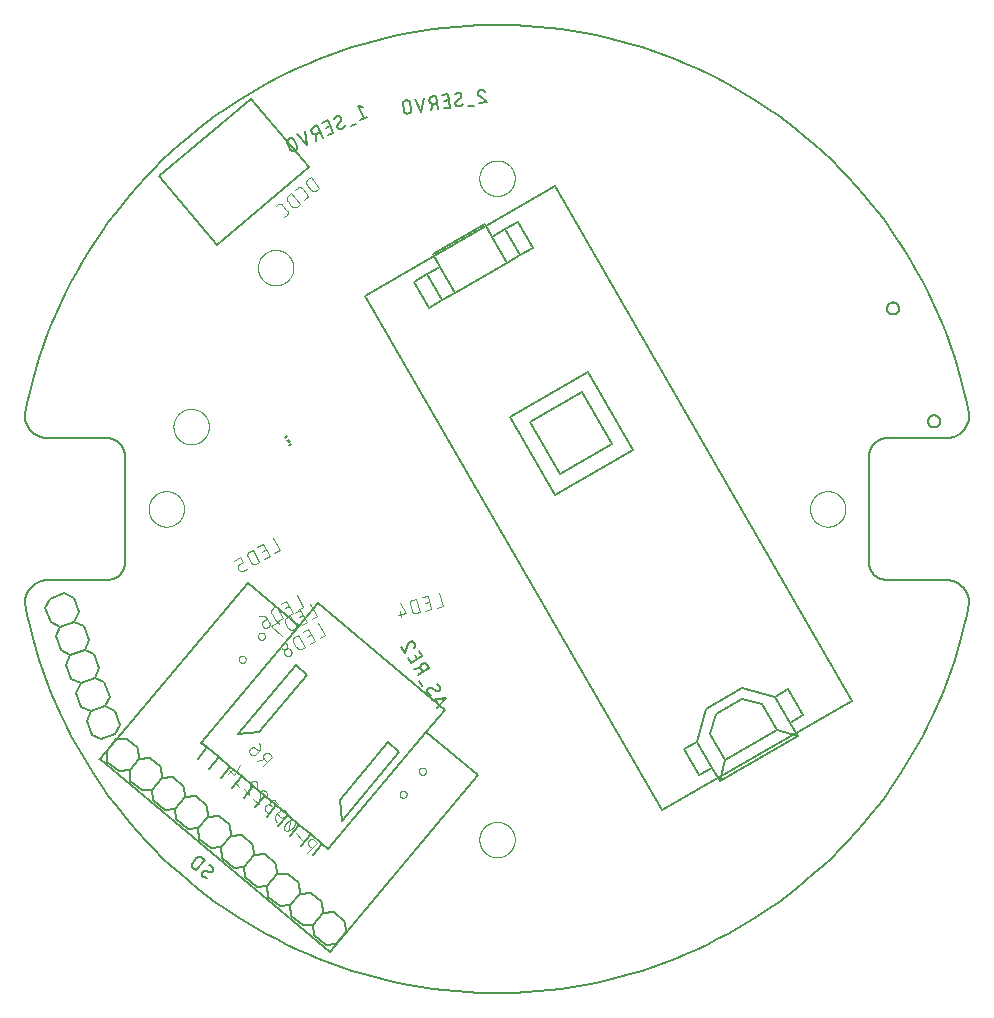
<source format=gbo>
G75*
%MOIN*%
%OFA0B0*%
%FSLAX25Y25*%
%IPPOS*%
%LPD*%
%AMOC8*
5,1,8,0,0,1.08239X$1,22.5*
%
%ADD10C,0.00600*%
%ADD11C,0.00000*%
%ADD12C,0.00500*%
%ADD13R,0.00591X0.01181*%
%ADD14R,0.01181X0.01181*%
%ADD15C,0.00400*%
D10*
X0056429Y0062415D02*
X0060259Y0059201D01*
X0063781Y0059509D01*
X0064089Y0055987D01*
X0067920Y0052773D01*
X0071442Y0053081D01*
X0071750Y0049559D01*
X0075580Y0046345D01*
X0079102Y0046653D01*
X0079410Y0043131D01*
X0083241Y0039917D01*
X0086763Y0040225D01*
X0087071Y0036703D01*
X0090901Y0033489D01*
X0094423Y0033798D01*
X0094731Y0030276D01*
X0098561Y0027062D01*
X0102083Y0027370D01*
X0102392Y0023848D01*
X0106222Y0020634D01*
X0109744Y0020942D01*
X0112958Y0024772D01*
X0112650Y0028294D01*
X0108819Y0031508D01*
X0105297Y0031200D01*
X0104989Y0034722D01*
X0101159Y0037936D01*
X0097637Y0037628D01*
X0094423Y0033798D01*
X0097637Y0037628D02*
X0097329Y0041150D01*
X0093499Y0044364D01*
X0089977Y0044056D01*
X0089668Y0047578D01*
X0085838Y0050792D01*
X0082316Y0050484D01*
X0082008Y0054006D01*
X0078178Y0057220D01*
X0074656Y0056911D01*
X0071442Y0053081D01*
X0074656Y0056911D02*
X0074347Y0060434D01*
X0070517Y0063647D01*
X0066995Y0063339D01*
X0066687Y0066861D01*
X0062857Y0070075D01*
X0059335Y0069767D01*
X0059027Y0073289D01*
X0055196Y0076503D01*
X0051674Y0076195D01*
X0048460Y0072365D01*
X0048769Y0068843D01*
X0052599Y0065629D01*
X0056121Y0065937D01*
X0056429Y0062415D01*
X0056121Y0065937D02*
X0059335Y0069767D01*
X0066995Y0063339D02*
X0063781Y0059509D01*
X0048460Y0072365D02*
X0044938Y0072057D01*
X0041108Y0075271D01*
X0040800Y0078793D01*
X0037278Y0078485D01*
X0033448Y0081699D01*
X0033139Y0085221D01*
X0036353Y0089051D01*
X0039875Y0089359D01*
X0043706Y0086145D01*
X0044014Y0082623D01*
X0040800Y0078793D01*
X0044014Y0082623D02*
X0047536Y0082931D01*
X0051366Y0079717D01*
X0051674Y0076195D01*
X0036083Y0090768D02*
X0037577Y0093973D01*
X0035867Y0098671D01*
X0032662Y0100165D01*
X0034156Y0103370D01*
X0032446Y0108068D01*
X0029242Y0109562D01*
X0030736Y0112766D01*
X0029026Y0117465D01*
X0025822Y0118959D01*
X0027316Y0122163D01*
X0025606Y0126862D01*
X0022402Y0128356D01*
X0023896Y0131560D01*
X0022186Y0136259D01*
X0018981Y0137753D01*
X0014283Y0136043D01*
X0012789Y0132839D01*
X0014499Y0128140D01*
X0017703Y0126646D01*
X0016209Y0123442D01*
X0017919Y0118743D01*
X0021123Y0117249D01*
X0025822Y0118959D01*
X0021123Y0117249D02*
X0019629Y0114045D01*
X0021339Y0109346D01*
X0024544Y0107852D01*
X0023049Y0104648D01*
X0024760Y0099949D01*
X0027964Y0098455D01*
X0026470Y0095251D01*
X0028180Y0090552D01*
X0031384Y0089058D01*
X0036083Y0090768D01*
X0032662Y0100165D02*
X0027964Y0098455D01*
X0024544Y0107852D02*
X0029242Y0109562D01*
X0022402Y0128356D02*
X0017703Y0126646D01*
X0005820Y0134404D02*
X0005822Y0134594D01*
X0005829Y0134784D01*
X0005841Y0134974D01*
X0005857Y0135164D01*
X0005877Y0135353D01*
X0005903Y0135542D01*
X0005932Y0135730D01*
X0005967Y0135917D01*
X0006006Y0136103D01*
X0006049Y0136288D01*
X0006097Y0136473D01*
X0006149Y0136656D01*
X0006205Y0136837D01*
X0006266Y0137017D01*
X0006332Y0137196D01*
X0006401Y0137373D01*
X0006475Y0137549D01*
X0006553Y0137722D01*
X0006636Y0137894D01*
X0006722Y0138063D01*
X0006812Y0138231D01*
X0006907Y0138396D01*
X0007005Y0138559D01*
X0007108Y0138719D01*
X0007214Y0138877D01*
X0007324Y0139032D01*
X0007437Y0139185D01*
X0007555Y0139335D01*
X0007676Y0139481D01*
X0007800Y0139625D01*
X0007928Y0139766D01*
X0008059Y0139904D01*
X0008194Y0140039D01*
X0008332Y0140170D01*
X0008473Y0140298D01*
X0008617Y0140422D01*
X0008763Y0140543D01*
X0008913Y0140661D01*
X0009066Y0140774D01*
X0009221Y0140884D01*
X0009379Y0140990D01*
X0009539Y0141093D01*
X0009702Y0141191D01*
X0009867Y0141286D01*
X0010035Y0141376D01*
X0010204Y0141462D01*
X0010376Y0141545D01*
X0010549Y0141623D01*
X0010725Y0141697D01*
X0010902Y0141766D01*
X0011081Y0141832D01*
X0011261Y0141893D01*
X0011442Y0141949D01*
X0011625Y0142001D01*
X0011810Y0142049D01*
X0011995Y0142092D01*
X0012181Y0142131D01*
X0012368Y0142166D01*
X0012556Y0142195D01*
X0012745Y0142221D01*
X0012934Y0142241D01*
X0013124Y0142257D01*
X0013314Y0142269D01*
X0013504Y0142276D01*
X0013694Y0142278D01*
X0033379Y0142278D01*
X0033379Y0142277D02*
X0033531Y0142279D01*
X0033683Y0142285D01*
X0033835Y0142295D01*
X0033986Y0142308D01*
X0034137Y0142326D01*
X0034288Y0142347D01*
X0034438Y0142373D01*
X0034587Y0142402D01*
X0034736Y0142435D01*
X0034883Y0142472D01*
X0035030Y0142512D01*
X0035175Y0142557D01*
X0035319Y0142605D01*
X0035462Y0142657D01*
X0035604Y0142712D01*
X0035744Y0142771D01*
X0035883Y0142834D01*
X0036020Y0142900D01*
X0036155Y0142970D01*
X0036288Y0143043D01*
X0036419Y0143120D01*
X0036549Y0143200D01*
X0036676Y0143283D01*
X0036801Y0143369D01*
X0036924Y0143459D01*
X0037044Y0143552D01*
X0037162Y0143648D01*
X0037278Y0143747D01*
X0037391Y0143849D01*
X0037501Y0143953D01*
X0037609Y0144061D01*
X0037713Y0144171D01*
X0037815Y0144284D01*
X0037914Y0144400D01*
X0038010Y0144518D01*
X0038103Y0144638D01*
X0038193Y0144761D01*
X0038279Y0144886D01*
X0038362Y0145013D01*
X0038442Y0145143D01*
X0038519Y0145274D01*
X0038592Y0145407D01*
X0038662Y0145542D01*
X0038728Y0145679D01*
X0038791Y0145818D01*
X0038850Y0145958D01*
X0038905Y0146100D01*
X0038957Y0146243D01*
X0039005Y0146387D01*
X0039050Y0146532D01*
X0039090Y0146679D01*
X0039127Y0146826D01*
X0039160Y0146975D01*
X0039189Y0147124D01*
X0039215Y0147274D01*
X0039236Y0147425D01*
X0039254Y0147576D01*
X0039267Y0147727D01*
X0039277Y0147879D01*
X0039283Y0148031D01*
X0039285Y0148183D01*
X0039284Y0148183D02*
X0039284Y0183617D01*
X0039285Y0183617D02*
X0039283Y0183769D01*
X0039277Y0183921D01*
X0039267Y0184073D01*
X0039254Y0184224D01*
X0039236Y0184375D01*
X0039215Y0184526D01*
X0039189Y0184676D01*
X0039160Y0184825D01*
X0039127Y0184974D01*
X0039090Y0185121D01*
X0039050Y0185268D01*
X0039005Y0185413D01*
X0038957Y0185557D01*
X0038905Y0185700D01*
X0038850Y0185842D01*
X0038791Y0185982D01*
X0038728Y0186121D01*
X0038662Y0186258D01*
X0038592Y0186393D01*
X0038519Y0186526D01*
X0038442Y0186657D01*
X0038362Y0186787D01*
X0038279Y0186914D01*
X0038193Y0187039D01*
X0038103Y0187162D01*
X0038010Y0187282D01*
X0037914Y0187400D01*
X0037815Y0187516D01*
X0037713Y0187629D01*
X0037609Y0187739D01*
X0037501Y0187847D01*
X0037391Y0187951D01*
X0037278Y0188053D01*
X0037162Y0188152D01*
X0037044Y0188248D01*
X0036924Y0188341D01*
X0036801Y0188431D01*
X0036676Y0188517D01*
X0036549Y0188600D01*
X0036419Y0188680D01*
X0036288Y0188757D01*
X0036155Y0188830D01*
X0036020Y0188900D01*
X0035883Y0188966D01*
X0035744Y0189029D01*
X0035604Y0189088D01*
X0035462Y0189143D01*
X0035319Y0189195D01*
X0035175Y0189243D01*
X0035030Y0189288D01*
X0034883Y0189328D01*
X0034736Y0189365D01*
X0034587Y0189398D01*
X0034438Y0189427D01*
X0034288Y0189453D01*
X0034137Y0189474D01*
X0033986Y0189492D01*
X0033835Y0189505D01*
X0033683Y0189515D01*
X0033531Y0189521D01*
X0033379Y0189523D01*
X0033379Y0189522D02*
X0013694Y0189522D01*
X0013504Y0189524D01*
X0013314Y0189531D01*
X0013124Y0189543D01*
X0012934Y0189559D01*
X0012745Y0189579D01*
X0012556Y0189605D01*
X0012368Y0189634D01*
X0012181Y0189669D01*
X0011995Y0189708D01*
X0011810Y0189751D01*
X0011625Y0189799D01*
X0011442Y0189851D01*
X0011261Y0189907D01*
X0011081Y0189968D01*
X0010902Y0190034D01*
X0010725Y0190103D01*
X0010549Y0190177D01*
X0010376Y0190255D01*
X0010204Y0190338D01*
X0010035Y0190424D01*
X0009867Y0190514D01*
X0009702Y0190609D01*
X0009539Y0190707D01*
X0009379Y0190810D01*
X0009221Y0190916D01*
X0009066Y0191026D01*
X0008913Y0191139D01*
X0008763Y0191257D01*
X0008617Y0191378D01*
X0008473Y0191502D01*
X0008332Y0191630D01*
X0008194Y0191761D01*
X0008059Y0191896D01*
X0007928Y0192034D01*
X0007800Y0192175D01*
X0007676Y0192319D01*
X0007555Y0192465D01*
X0007437Y0192615D01*
X0007324Y0192768D01*
X0007214Y0192923D01*
X0007108Y0193081D01*
X0007005Y0193241D01*
X0006907Y0193404D01*
X0006812Y0193569D01*
X0006722Y0193737D01*
X0006636Y0193906D01*
X0006553Y0194078D01*
X0006475Y0194251D01*
X0006401Y0194427D01*
X0006332Y0194604D01*
X0006266Y0194783D01*
X0006205Y0194963D01*
X0006149Y0195144D01*
X0006097Y0195327D01*
X0006049Y0195512D01*
X0006006Y0195697D01*
X0005967Y0195883D01*
X0005932Y0196070D01*
X0005903Y0196258D01*
X0005877Y0196447D01*
X0005857Y0196636D01*
X0005841Y0196826D01*
X0005829Y0197016D01*
X0005822Y0197206D01*
X0005820Y0197396D01*
X0082316Y0050484D02*
X0079102Y0046653D01*
X0086763Y0040225D02*
X0089977Y0044056D01*
X0105297Y0031200D02*
X0102083Y0027370D01*
X0005820Y0134404D02*
X0006613Y0130570D01*
X0007501Y0126757D01*
X0008480Y0122967D01*
X0009553Y0119202D01*
X0010716Y0115464D01*
X0011971Y0111755D01*
X0013315Y0108078D01*
X0014749Y0104435D01*
X0016272Y0100829D01*
X0017882Y0097260D01*
X0019579Y0093732D01*
X0021361Y0090246D01*
X0023227Y0086805D01*
X0025178Y0083410D01*
X0027210Y0080064D01*
X0029323Y0076769D01*
X0031517Y0073526D01*
X0033788Y0070337D01*
X0036137Y0067205D01*
X0038562Y0064131D01*
X0041061Y0061118D01*
X0043632Y0058166D01*
X0046275Y0055278D01*
X0048988Y0052455D01*
X0051768Y0049699D01*
X0054615Y0047012D01*
X0057527Y0044395D01*
X0060502Y0041850D01*
X0063538Y0039378D01*
X0066633Y0036981D01*
X0069786Y0034660D01*
X0072995Y0032417D01*
X0076257Y0030253D01*
X0079572Y0028169D01*
X0082936Y0026167D01*
X0086348Y0024247D01*
X0089806Y0022412D01*
X0093307Y0020661D01*
X0096851Y0018996D01*
X0100433Y0017418D01*
X0104054Y0015928D01*
X0107709Y0014526D01*
X0111398Y0013215D01*
X0115117Y0011993D01*
X0118866Y0010863D01*
X0122640Y0009825D01*
X0126439Y0008879D01*
X0130260Y0008026D01*
X0134101Y0007267D01*
X0137959Y0006601D01*
X0141832Y0006030D01*
X0145718Y0005553D01*
X0149614Y0005172D01*
X0153518Y0004885D01*
X0157429Y0004694D01*
X0161343Y0004599D01*
X0165257Y0004599D01*
X0169171Y0004694D01*
X0173082Y0004885D01*
X0176986Y0005172D01*
X0180882Y0005553D01*
X0184768Y0006030D01*
X0188641Y0006601D01*
X0192499Y0007267D01*
X0196340Y0008026D01*
X0200161Y0008879D01*
X0203960Y0009825D01*
X0207734Y0010863D01*
X0211483Y0011993D01*
X0215202Y0013215D01*
X0218891Y0014526D01*
X0222546Y0015928D01*
X0226167Y0017418D01*
X0229749Y0018996D01*
X0233293Y0020661D01*
X0236794Y0022412D01*
X0240252Y0024247D01*
X0243664Y0026167D01*
X0247028Y0028169D01*
X0250343Y0030253D01*
X0253605Y0032417D01*
X0256814Y0034660D01*
X0259967Y0036981D01*
X0263062Y0039378D01*
X0266098Y0041850D01*
X0269073Y0044395D01*
X0271985Y0047012D01*
X0274832Y0049699D01*
X0277612Y0052455D01*
X0280325Y0055278D01*
X0282968Y0058166D01*
X0285539Y0061118D01*
X0288038Y0064131D01*
X0290463Y0067205D01*
X0292812Y0070337D01*
X0295083Y0073526D01*
X0297277Y0076769D01*
X0299390Y0080064D01*
X0301422Y0083410D01*
X0303373Y0086805D01*
X0305239Y0090246D01*
X0307021Y0093732D01*
X0308718Y0097260D01*
X0310328Y0100829D01*
X0311851Y0104435D01*
X0313285Y0108078D01*
X0314629Y0111755D01*
X0315884Y0115464D01*
X0317047Y0119202D01*
X0318120Y0122967D01*
X0319099Y0126757D01*
X0319987Y0130570D01*
X0320780Y0134404D01*
X0320778Y0134594D01*
X0320771Y0134784D01*
X0320759Y0134974D01*
X0320743Y0135164D01*
X0320723Y0135353D01*
X0320697Y0135542D01*
X0320668Y0135730D01*
X0320633Y0135917D01*
X0320594Y0136103D01*
X0320551Y0136288D01*
X0320503Y0136473D01*
X0320451Y0136656D01*
X0320395Y0136837D01*
X0320334Y0137017D01*
X0320268Y0137196D01*
X0320199Y0137373D01*
X0320125Y0137549D01*
X0320047Y0137722D01*
X0319964Y0137894D01*
X0319878Y0138063D01*
X0319788Y0138231D01*
X0319693Y0138396D01*
X0319595Y0138559D01*
X0319492Y0138719D01*
X0319386Y0138877D01*
X0319276Y0139032D01*
X0319163Y0139185D01*
X0319045Y0139335D01*
X0318924Y0139481D01*
X0318800Y0139625D01*
X0318672Y0139766D01*
X0318541Y0139904D01*
X0318406Y0140039D01*
X0318268Y0140170D01*
X0318127Y0140298D01*
X0317983Y0140422D01*
X0317837Y0140543D01*
X0317687Y0140661D01*
X0317534Y0140774D01*
X0317379Y0140884D01*
X0317221Y0140990D01*
X0317061Y0141093D01*
X0316898Y0141191D01*
X0316733Y0141286D01*
X0316565Y0141376D01*
X0316396Y0141462D01*
X0316224Y0141545D01*
X0316051Y0141623D01*
X0315875Y0141697D01*
X0315698Y0141766D01*
X0315519Y0141832D01*
X0315339Y0141893D01*
X0315158Y0141949D01*
X0314975Y0142001D01*
X0314790Y0142049D01*
X0314605Y0142092D01*
X0314419Y0142131D01*
X0314232Y0142166D01*
X0314044Y0142195D01*
X0313855Y0142221D01*
X0313666Y0142241D01*
X0313476Y0142257D01*
X0313286Y0142269D01*
X0313096Y0142276D01*
X0312906Y0142278D01*
X0293221Y0142278D01*
X0293221Y0142277D02*
X0293069Y0142279D01*
X0292917Y0142285D01*
X0292765Y0142295D01*
X0292614Y0142308D01*
X0292463Y0142326D01*
X0292312Y0142347D01*
X0292162Y0142373D01*
X0292013Y0142402D01*
X0291864Y0142435D01*
X0291717Y0142472D01*
X0291570Y0142512D01*
X0291425Y0142557D01*
X0291281Y0142605D01*
X0291138Y0142657D01*
X0290996Y0142712D01*
X0290856Y0142771D01*
X0290717Y0142834D01*
X0290580Y0142900D01*
X0290445Y0142970D01*
X0290312Y0143043D01*
X0290181Y0143120D01*
X0290051Y0143200D01*
X0289924Y0143283D01*
X0289799Y0143369D01*
X0289676Y0143459D01*
X0289556Y0143552D01*
X0289438Y0143648D01*
X0289322Y0143747D01*
X0289209Y0143849D01*
X0289099Y0143953D01*
X0288991Y0144061D01*
X0288887Y0144171D01*
X0288785Y0144284D01*
X0288686Y0144400D01*
X0288590Y0144518D01*
X0288497Y0144638D01*
X0288407Y0144761D01*
X0288321Y0144886D01*
X0288238Y0145013D01*
X0288158Y0145143D01*
X0288081Y0145274D01*
X0288008Y0145407D01*
X0287938Y0145542D01*
X0287872Y0145679D01*
X0287809Y0145818D01*
X0287750Y0145958D01*
X0287695Y0146100D01*
X0287643Y0146243D01*
X0287595Y0146387D01*
X0287550Y0146532D01*
X0287510Y0146679D01*
X0287473Y0146826D01*
X0287440Y0146975D01*
X0287411Y0147124D01*
X0287385Y0147274D01*
X0287364Y0147425D01*
X0287346Y0147576D01*
X0287333Y0147727D01*
X0287323Y0147879D01*
X0287317Y0148031D01*
X0287315Y0148183D01*
X0287316Y0148183D02*
X0287316Y0183617D01*
X0287315Y0183617D02*
X0287317Y0183769D01*
X0287323Y0183921D01*
X0287333Y0184073D01*
X0287346Y0184224D01*
X0287364Y0184375D01*
X0287385Y0184526D01*
X0287411Y0184676D01*
X0287440Y0184825D01*
X0287473Y0184974D01*
X0287510Y0185121D01*
X0287550Y0185268D01*
X0287595Y0185413D01*
X0287643Y0185557D01*
X0287695Y0185700D01*
X0287750Y0185842D01*
X0287809Y0185982D01*
X0287872Y0186121D01*
X0287938Y0186258D01*
X0288008Y0186393D01*
X0288081Y0186526D01*
X0288158Y0186657D01*
X0288238Y0186787D01*
X0288321Y0186914D01*
X0288407Y0187039D01*
X0288497Y0187162D01*
X0288590Y0187282D01*
X0288686Y0187400D01*
X0288785Y0187516D01*
X0288887Y0187629D01*
X0288991Y0187739D01*
X0289099Y0187847D01*
X0289209Y0187951D01*
X0289322Y0188053D01*
X0289438Y0188152D01*
X0289556Y0188248D01*
X0289676Y0188341D01*
X0289799Y0188431D01*
X0289924Y0188517D01*
X0290051Y0188600D01*
X0290181Y0188680D01*
X0290312Y0188757D01*
X0290445Y0188830D01*
X0290580Y0188900D01*
X0290717Y0188966D01*
X0290856Y0189029D01*
X0290996Y0189088D01*
X0291138Y0189143D01*
X0291281Y0189195D01*
X0291425Y0189243D01*
X0291570Y0189288D01*
X0291717Y0189328D01*
X0291864Y0189365D01*
X0292013Y0189398D01*
X0292162Y0189427D01*
X0292312Y0189453D01*
X0292463Y0189474D01*
X0292614Y0189492D01*
X0292765Y0189505D01*
X0292917Y0189515D01*
X0293069Y0189521D01*
X0293221Y0189523D01*
X0293221Y0189522D02*
X0312906Y0189522D01*
X0313096Y0189524D01*
X0313286Y0189531D01*
X0313476Y0189543D01*
X0313666Y0189559D01*
X0313855Y0189579D01*
X0314044Y0189605D01*
X0314232Y0189634D01*
X0314419Y0189669D01*
X0314605Y0189708D01*
X0314790Y0189751D01*
X0314975Y0189799D01*
X0315158Y0189851D01*
X0315339Y0189907D01*
X0315519Y0189968D01*
X0315698Y0190034D01*
X0315875Y0190103D01*
X0316051Y0190177D01*
X0316224Y0190255D01*
X0316396Y0190338D01*
X0316565Y0190424D01*
X0316733Y0190514D01*
X0316898Y0190609D01*
X0317061Y0190707D01*
X0317221Y0190810D01*
X0317379Y0190916D01*
X0317534Y0191026D01*
X0317687Y0191139D01*
X0317837Y0191257D01*
X0317983Y0191378D01*
X0318127Y0191502D01*
X0318268Y0191630D01*
X0318406Y0191761D01*
X0318541Y0191896D01*
X0318672Y0192034D01*
X0318800Y0192175D01*
X0318924Y0192319D01*
X0319045Y0192465D01*
X0319163Y0192615D01*
X0319276Y0192768D01*
X0319386Y0192923D01*
X0319492Y0193081D01*
X0319595Y0193241D01*
X0319693Y0193404D01*
X0319788Y0193569D01*
X0319878Y0193737D01*
X0319964Y0193906D01*
X0320047Y0194078D01*
X0320125Y0194251D01*
X0320199Y0194427D01*
X0320268Y0194604D01*
X0320334Y0194783D01*
X0320395Y0194963D01*
X0320451Y0195144D01*
X0320503Y0195327D01*
X0320551Y0195512D01*
X0320594Y0195697D01*
X0320633Y0195883D01*
X0320668Y0196070D01*
X0320697Y0196258D01*
X0320723Y0196447D01*
X0320743Y0196636D01*
X0320759Y0196826D01*
X0320771Y0197016D01*
X0320778Y0197206D01*
X0320780Y0197396D01*
X0319987Y0201230D01*
X0319099Y0205043D01*
X0318120Y0208833D01*
X0317047Y0212598D01*
X0315884Y0216336D01*
X0314629Y0220045D01*
X0313285Y0223722D01*
X0311851Y0227365D01*
X0310328Y0230971D01*
X0308718Y0234540D01*
X0307021Y0238068D01*
X0305239Y0241554D01*
X0303373Y0244995D01*
X0301422Y0248390D01*
X0299390Y0251736D01*
X0297277Y0255031D01*
X0295083Y0258274D01*
X0292812Y0261463D01*
X0290463Y0264595D01*
X0288038Y0267669D01*
X0285539Y0270682D01*
X0282968Y0273634D01*
X0280325Y0276522D01*
X0277612Y0279345D01*
X0274832Y0282101D01*
X0271985Y0284788D01*
X0269073Y0287405D01*
X0266098Y0289950D01*
X0263062Y0292422D01*
X0259967Y0294819D01*
X0256814Y0297140D01*
X0253605Y0299383D01*
X0250343Y0301547D01*
X0247028Y0303631D01*
X0243664Y0305633D01*
X0240252Y0307553D01*
X0236794Y0309388D01*
X0233293Y0311139D01*
X0229749Y0312804D01*
X0226167Y0314382D01*
X0222546Y0315872D01*
X0218891Y0317274D01*
X0215202Y0318585D01*
X0211483Y0319807D01*
X0207734Y0320937D01*
X0203960Y0321975D01*
X0200161Y0322921D01*
X0196340Y0323774D01*
X0192499Y0324533D01*
X0188641Y0325199D01*
X0184768Y0325770D01*
X0180882Y0326247D01*
X0176986Y0326628D01*
X0173082Y0326915D01*
X0169171Y0327106D01*
X0165257Y0327201D01*
X0161343Y0327201D01*
X0157429Y0327106D01*
X0153518Y0326915D01*
X0149614Y0326628D01*
X0145718Y0326247D01*
X0141832Y0325770D01*
X0137959Y0325199D01*
X0134101Y0324533D01*
X0130260Y0323774D01*
X0126439Y0322921D01*
X0122640Y0321975D01*
X0118866Y0320937D01*
X0115117Y0319807D01*
X0111398Y0318585D01*
X0107709Y0317274D01*
X0104054Y0315872D01*
X0100433Y0314382D01*
X0096851Y0312804D01*
X0093307Y0311139D01*
X0089806Y0309388D01*
X0086348Y0307553D01*
X0082936Y0305633D01*
X0079572Y0303631D01*
X0076257Y0301547D01*
X0072995Y0299383D01*
X0069786Y0297140D01*
X0066633Y0294819D01*
X0063538Y0292422D01*
X0060502Y0289950D01*
X0057527Y0287405D01*
X0054615Y0284788D01*
X0051768Y0282101D01*
X0048988Y0279345D01*
X0046275Y0276522D01*
X0043632Y0273634D01*
X0041061Y0270682D01*
X0038562Y0267669D01*
X0036137Y0264595D01*
X0033788Y0261463D01*
X0031517Y0258274D01*
X0029323Y0255031D01*
X0027210Y0251736D01*
X0025178Y0248390D01*
X0023227Y0244995D01*
X0021361Y0241554D01*
X0019579Y0238068D01*
X0017882Y0234540D01*
X0016272Y0230971D01*
X0014749Y0227365D01*
X0013315Y0223722D01*
X0011971Y0220045D01*
X0010716Y0216336D01*
X0009553Y0212598D01*
X0008480Y0208833D01*
X0007501Y0205043D01*
X0006613Y0201230D01*
X0005820Y0197396D01*
D11*
X0047158Y0165900D02*
X0047160Y0166053D01*
X0047166Y0166207D01*
X0047176Y0166360D01*
X0047190Y0166512D01*
X0047208Y0166665D01*
X0047230Y0166816D01*
X0047255Y0166967D01*
X0047285Y0167118D01*
X0047319Y0167268D01*
X0047356Y0167416D01*
X0047397Y0167564D01*
X0047442Y0167710D01*
X0047491Y0167856D01*
X0047544Y0168000D01*
X0047600Y0168142D01*
X0047660Y0168283D01*
X0047724Y0168423D01*
X0047791Y0168561D01*
X0047862Y0168697D01*
X0047937Y0168831D01*
X0048014Y0168963D01*
X0048096Y0169093D01*
X0048180Y0169221D01*
X0048268Y0169347D01*
X0048359Y0169470D01*
X0048453Y0169591D01*
X0048551Y0169709D01*
X0048651Y0169825D01*
X0048755Y0169938D01*
X0048861Y0170049D01*
X0048970Y0170157D01*
X0049082Y0170262D01*
X0049196Y0170363D01*
X0049314Y0170462D01*
X0049433Y0170558D01*
X0049555Y0170651D01*
X0049680Y0170740D01*
X0049807Y0170827D01*
X0049936Y0170909D01*
X0050067Y0170989D01*
X0050200Y0171065D01*
X0050335Y0171138D01*
X0050472Y0171207D01*
X0050611Y0171272D01*
X0050751Y0171334D01*
X0050893Y0171392D01*
X0051036Y0171447D01*
X0051181Y0171498D01*
X0051327Y0171545D01*
X0051474Y0171588D01*
X0051622Y0171627D01*
X0051771Y0171663D01*
X0051921Y0171694D01*
X0052072Y0171722D01*
X0052223Y0171746D01*
X0052376Y0171766D01*
X0052528Y0171782D01*
X0052681Y0171794D01*
X0052834Y0171802D01*
X0052987Y0171806D01*
X0053141Y0171806D01*
X0053294Y0171802D01*
X0053447Y0171794D01*
X0053600Y0171782D01*
X0053752Y0171766D01*
X0053905Y0171746D01*
X0054056Y0171722D01*
X0054207Y0171694D01*
X0054357Y0171663D01*
X0054506Y0171627D01*
X0054654Y0171588D01*
X0054801Y0171545D01*
X0054947Y0171498D01*
X0055092Y0171447D01*
X0055235Y0171392D01*
X0055377Y0171334D01*
X0055517Y0171272D01*
X0055656Y0171207D01*
X0055793Y0171138D01*
X0055928Y0171065D01*
X0056061Y0170989D01*
X0056192Y0170909D01*
X0056321Y0170827D01*
X0056448Y0170740D01*
X0056573Y0170651D01*
X0056695Y0170558D01*
X0056814Y0170462D01*
X0056932Y0170363D01*
X0057046Y0170262D01*
X0057158Y0170157D01*
X0057267Y0170049D01*
X0057373Y0169938D01*
X0057477Y0169825D01*
X0057577Y0169709D01*
X0057675Y0169591D01*
X0057769Y0169470D01*
X0057860Y0169347D01*
X0057948Y0169221D01*
X0058032Y0169093D01*
X0058114Y0168963D01*
X0058191Y0168831D01*
X0058266Y0168697D01*
X0058337Y0168561D01*
X0058404Y0168423D01*
X0058468Y0168283D01*
X0058528Y0168142D01*
X0058584Y0168000D01*
X0058637Y0167856D01*
X0058686Y0167710D01*
X0058731Y0167564D01*
X0058772Y0167416D01*
X0058809Y0167268D01*
X0058843Y0167118D01*
X0058873Y0166967D01*
X0058898Y0166816D01*
X0058920Y0166665D01*
X0058938Y0166512D01*
X0058952Y0166360D01*
X0058962Y0166207D01*
X0058968Y0166053D01*
X0058970Y0165900D01*
X0058968Y0165747D01*
X0058962Y0165593D01*
X0058952Y0165440D01*
X0058938Y0165288D01*
X0058920Y0165135D01*
X0058898Y0164984D01*
X0058873Y0164833D01*
X0058843Y0164682D01*
X0058809Y0164532D01*
X0058772Y0164384D01*
X0058731Y0164236D01*
X0058686Y0164090D01*
X0058637Y0163944D01*
X0058584Y0163800D01*
X0058528Y0163658D01*
X0058468Y0163517D01*
X0058404Y0163377D01*
X0058337Y0163239D01*
X0058266Y0163103D01*
X0058191Y0162969D01*
X0058114Y0162837D01*
X0058032Y0162707D01*
X0057948Y0162579D01*
X0057860Y0162453D01*
X0057769Y0162330D01*
X0057675Y0162209D01*
X0057577Y0162091D01*
X0057477Y0161975D01*
X0057373Y0161862D01*
X0057267Y0161751D01*
X0057158Y0161643D01*
X0057046Y0161538D01*
X0056932Y0161437D01*
X0056814Y0161338D01*
X0056695Y0161242D01*
X0056573Y0161149D01*
X0056448Y0161060D01*
X0056321Y0160973D01*
X0056192Y0160891D01*
X0056061Y0160811D01*
X0055928Y0160735D01*
X0055793Y0160662D01*
X0055656Y0160593D01*
X0055517Y0160528D01*
X0055377Y0160466D01*
X0055235Y0160408D01*
X0055092Y0160353D01*
X0054947Y0160302D01*
X0054801Y0160255D01*
X0054654Y0160212D01*
X0054506Y0160173D01*
X0054357Y0160137D01*
X0054207Y0160106D01*
X0054056Y0160078D01*
X0053905Y0160054D01*
X0053752Y0160034D01*
X0053600Y0160018D01*
X0053447Y0160006D01*
X0053294Y0159998D01*
X0053141Y0159994D01*
X0052987Y0159994D01*
X0052834Y0159998D01*
X0052681Y0160006D01*
X0052528Y0160018D01*
X0052376Y0160034D01*
X0052223Y0160054D01*
X0052072Y0160078D01*
X0051921Y0160106D01*
X0051771Y0160137D01*
X0051622Y0160173D01*
X0051474Y0160212D01*
X0051327Y0160255D01*
X0051181Y0160302D01*
X0051036Y0160353D01*
X0050893Y0160408D01*
X0050751Y0160466D01*
X0050611Y0160528D01*
X0050472Y0160593D01*
X0050335Y0160662D01*
X0050200Y0160735D01*
X0050067Y0160811D01*
X0049936Y0160891D01*
X0049807Y0160973D01*
X0049680Y0161060D01*
X0049555Y0161149D01*
X0049433Y0161242D01*
X0049314Y0161338D01*
X0049196Y0161437D01*
X0049082Y0161538D01*
X0048970Y0161643D01*
X0048861Y0161751D01*
X0048755Y0161862D01*
X0048651Y0161975D01*
X0048551Y0162091D01*
X0048453Y0162209D01*
X0048359Y0162330D01*
X0048268Y0162453D01*
X0048180Y0162579D01*
X0048096Y0162707D01*
X0048014Y0162837D01*
X0047937Y0162969D01*
X0047862Y0163103D01*
X0047791Y0163239D01*
X0047724Y0163377D01*
X0047660Y0163517D01*
X0047600Y0163658D01*
X0047544Y0163800D01*
X0047491Y0163944D01*
X0047442Y0164090D01*
X0047397Y0164236D01*
X0047356Y0164384D01*
X0047319Y0164532D01*
X0047285Y0164682D01*
X0047255Y0164833D01*
X0047230Y0164984D01*
X0047208Y0165135D01*
X0047190Y0165288D01*
X0047176Y0165440D01*
X0047166Y0165593D01*
X0047160Y0165747D01*
X0047158Y0165900D01*
X0055434Y0193355D02*
X0055436Y0193508D01*
X0055442Y0193662D01*
X0055452Y0193815D01*
X0055466Y0193967D01*
X0055484Y0194120D01*
X0055506Y0194271D01*
X0055531Y0194422D01*
X0055561Y0194573D01*
X0055595Y0194723D01*
X0055632Y0194871D01*
X0055673Y0195019D01*
X0055718Y0195165D01*
X0055767Y0195311D01*
X0055820Y0195455D01*
X0055876Y0195597D01*
X0055936Y0195738D01*
X0056000Y0195878D01*
X0056067Y0196016D01*
X0056138Y0196152D01*
X0056213Y0196286D01*
X0056290Y0196418D01*
X0056372Y0196548D01*
X0056456Y0196676D01*
X0056544Y0196802D01*
X0056635Y0196925D01*
X0056729Y0197046D01*
X0056827Y0197164D01*
X0056927Y0197280D01*
X0057031Y0197393D01*
X0057137Y0197504D01*
X0057246Y0197612D01*
X0057358Y0197717D01*
X0057472Y0197818D01*
X0057590Y0197917D01*
X0057709Y0198013D01*
X0057831Y0198106D01*
X0057956Y0198195D01*
X0058083Y0198282D01*
X0058212Y0198364D01*
X0058343Y0198444D01*
X0058476Y0198520D01*
X0058611Y0198593D01*
X0058748Y0198662D01*
X0058887Y0198727D01*
X0059027Y0198789D01*
X0059169Y0198847D01*
X0059312Y0198902D01*
X0059457Y0198953D01*
X0059603Y0199000D01*
X0059750Y0199043D01*
X0059898Y0199082D01*
X0060047Y0199118D01*
X0060197Y0199149D01*
X0060348Y0199177D01*
X0060499Y0199201D01*
X0060652Y0199221D01*
X0060804Y0199237D01*
X0060957Y0199249D01*
X0061110Y0199257D01*
X0061263Y0199261D01*
X0061417Y0199261D01*
X0061570Y0199257D01*
X0061723Y0199249D01*
X0061876Y0199237D01*
X0062028Y0199221D01*
X0062181Y0199201D01*
X0062332Y0199177D01*
X0062483Y0199149D01*
X0062633Y0199118D01*
X0062782Y0199082D01*
X0062930Y0199043D01*
X0063077Y0199000D01*
X0063223Y0198953D01*
X0063368Y0198902D01*
X0063511Y0198847D01*
X0063653Y0198789D01*
X0063793Y0198727D01*
X0063932Y0198662D01*
X0064069Y0198593D01*
X0064204Y0198520D01*
X0064337Y0198444D01*
X0064468Y0198364D01*
X0064597Y0198282D01*
X0064724Y0198195D01*
X0064849Y0198106D01*
X0064971Y0198013D01*
X0065090Y0197917D01*
X0065208Y0197818D01*
X0065322Y0197717D01*
X0065434Y0197612D01*
X0065543Y0197504D01*
X0065649Y0197393D01*
X0065753Y0197280D01*
X0065853Y0197164D01*
X0065951Y0197046D01*
X0066045Y0196925D01*
X0066136Y0196802D01*
X0066224Y0196676D01*
X0066308Y0196548D01*
X0066390Y0196418D01*
X0066467Y0196286D01*
X0066542Y0196152D01*
X0066613Y0196016D01*
X0066680Y0195878D01*
X0066744Y0195738D01*
X0066804Y0195597D01*
X0066860Y0195455D01*
X0066913Y0195311D01*
X0066962Y0195165D01*
X0067007Y0195019D01*
X0067048Y0194871D01*
X0067085Y0194723D01*
X0067119Y0194573D01*
X0067149Y0194422D01*
X0067174Y0194271D01*
X0067196Y0194120D01*
X0067214Y0193967D01*
X0067228Y0193815D01*
X0067238Y0193662D01*
X0067244Y0193508D01*
X0067246Y0193355D01*
X0067244Y0193202D01*
X0067238Y0193048D01*
X0067228Y0192895D01*
X0067214Y0192743D01*
X0067196Y0192590D01*
X0067174Y0192439D01*
X0067149Y0192288D01*
X0067119Y0192137D01*
X0067085Y0191987D01*
X0067048Y0191839D01*
X0067007Y0191691D01*
X0066962Y0191545D01*
X0066913Y0191399D01*
X0066860Y0191255D01*
X0066804Y0191113D01*
X0066744Y0190972D01*
X0066680Y0190832D01*
X0066613Y0190694D01*
X0066542Y0190558D01*
X0066467Y0190424D01*
X0066390Y0190292D01*
X0066308Y0190162D01*
X0066224Y0190034D01*
X0066136Y0189908D01*
X0066045Y0189785D01*
X0065951Y0189664D01*
X0065853Y0189546D01*
X0065753Y0189430D01*
X0065649Y0189317D01*
X0065543Y0189206D01*
X0065434Y0189098D01*
X0065322Y0188993D01*
X0065208Y0188892D01*
X0065090Y0188793D01*
X0064971Y0188697D01*
X0064849Y0188604D01*
X0064724Y0188515D01*
X0064597Y0188428D01*
X0064468Y0188346D01*
X0064337Y0188266D01*
X0064204Y0188190D01*
X0064069Y0188117D01*
X0063932Y0188048D01*
X0063793Y0187983D01*
X0063653Y0187921D01*
X0063511Y0187863D01*
X0063368Y0187808D01*
X0063223Y0187757D01*
X0063077Y0187710D01*
X0062930Y0187667D01*
X0062782Y0187628D01*
X0062633Y0187592D01*
X0062483Y0187561D01*
X0062332Y0187533D01*
X0062181Y0187509D01*
X0062028Y0187489D01*
X0061876Y0187473D01*
X0061723Y0187461D01*
X0061570Y0187453D01*
X0061417Y0187449D01*
X0061263Y0187449D01*
X0061110Y0187453D01*
X0060957Y0187461D01*
X0060804Y0187473D01*
X0060652Y0187489D01*
X0060499Y0187509D01*
X0060348Y0187533D01*
X0060197Y0187561D01*
X0060047Y0187592D01*
X0059898Y0187628D01*
X0059750Y0187667D01*
X0059603Y0187710D01*
X0059457Y0187757D01*
X0059312Y0187808D01*
X0059169Y0187863D01*
X0059027Y0187921D01*
X0058887Y0187983D01*
X0058748Y0188048D01*
X0058611Y0188117D01*
X0058476Y0188190D01*
X0058343Y0188266D01*
X0058212Y0188346D01*
X0058083Y0188428D01*
X0057956Y0188515D01*
X0057831Y0188604D01*
X0057709Y0188697D01*
X0057590Y0188793D01*
X0057472Y0188892D01*
X0057358Y0188993D01*
X0057246Y0189098D01*
X0057137Y0189206D01*
X0057031Y0189317D01*
X0056927Y0189430D01*
X0056827Y0189546D01*
X0056729Y0189664D01*
X0056635Y0189785D01*
X0056544Y0189908D01*
X0056456Y0190034D01*
X0056372Y0190162D01*
X0056290Y0190292D01*
X0056213Y0190424D01*
X0056138Y0190558D01*
X0056067Y0190694D01*
X0056000Y0190832D01*
X0055936Y0190972D01*
X0055876Y0191113D01*
X0055820Y0191255D01*
X0055767Y0191399D01*
X0055718Y0191545D01*
X0055673Y0191691D01*
X0055632Y0191839D01*
X0055595Y0191987D01*
X0055561Y0192137D01*
X0055531Y0192288D01*
X0055506Y0192439D01*
X0055484Y0192590D01*
X0055466Y0192743D01*
X0055452Y0192895D01*
X0055442Y0193048D01*
X0055436Y0193202D01*
X0055434Y0193355D01*
X0083602Y0246332D02*
X0083604Y0246485D01*
X0083610Y0246639D01*
X0083620Y0246792D01*
X0083634Y0246944D01*
X0083652Y0247097D01*
X0083674Y0247248D01*
X0083699Y0247399D01*
X0083729Y0247550D01*
X0083763Y0247700D01*
X0083800Y0247848D01*
X0083841Y0247996D01*
X0083886Y0248142D01*
X0083935Y0248288D01*
X0083988Y0248432D01*
X0084044Y0248574D01*
X0084104Y0248715D01*
X0084168Y0248855D01*
X0084235Y0248993D01*
X0084306Y0249129D01*
X0084381Y0249263D01*
X0084458Y0249395D01*
X0084540Y0249525D01*
X0084624Y0249653D01*
X0084712Y0249779D01*
X0084803Y0249902D01*
X0084897Y0250023D01*
X0084995Y0250141D01*
X0085095Y0250257D01*
X0085199Y0250370D01*
X0085305Y0250481D01*
X0085414Y0250589D01*
X0085526Y0250694D01*
X0085640Y0250795D01*
X0085758Y0250894D01*
X0085877Y0250990D01*
X0085999Y0251083D01*
X0086124Y0251172D01*
X0086251Y0251259D01*
X0086380Y0251341D01*
X0086511Y0251421D01*
X0086644Y0251497D01*
X0086779Y0251570D01*
X0086916Y0251639D01*
X0087055Y0251704D01*
X0087195Y0251766D01*
X0087337Y0251824D01*
X0087480Y0251879D01*
X0087625Y0251930D01*
X0087771Y0251977D01*
X0087918Y0252020D01*
X0088066Y0252059D01*
X0088215Y0252095D01*
X0088365Y0252126D01*
X0088516Y0252154D01*
X0088667Y0252178D01*
X0088820Y0252198D01*
X0088972Y0252214D01*
X0089125Y0252226D01*
X0089278Y0252234D01*
X0089431Y0252238D01*
X0089585Y0252238D01*
X0089738Y0252234D01*
X0089891Y0252226D01*
X0090044Y0252214D01*
X0090196Y0252198D01*
X0090349Y0252178D01*
X0090500Y0252154D01*
X0090651Y0252126D01*
X0090801Y0252095D01*
X0090950Y0252059D01*
X0091098Y0252020D01*
X0091245Y0251977D01*
X0091391Y0251930D01*
X0091536Y0251879D01*
X0091679Y0251824D01*
X0091821Y0251766D01*
X0091961Y0251704D01*
X0092100Y0251639D01*
X0092237Y0251570D01*
X0092372Y0251497D01*
X0092505Y0251421D01*
X0092636Y0251341D01*
X0092765Y0251259D01*
X0092892Y0251172D01*
X0093017Y0251083D01*
X0093139Y0250990D01*
X0093258Y0250894D01*
X0093376Y0250795D01*
X0093490Y0250694D01*
X0093602Y0250589D01*
X0093711Y0250481D01*
X0093817Y0250370D01*
X0093921Y0250257D01*
X0094021Y0250141D01*
X0094119Y0250023D01*
X0094213Y0249902D01*
X0094304Y0249779D01*
X0094392Y0249653D01*
X0094476Y0249525D01*
X0094558Y0249395D01*
X0094635Y0249263D01*
X0094710Y0249129D01*
X0094781Y0248993D01*
X0094848Y0248855D01*
X0094912Y0248715D01*
X0094972Y0248574D01*
X0095028Y0248432D01*
X0095081Y0248288D01*
X0095130Y0248142D01*
X0095175Y0247996D01*
X0095216Y0247848D01*
X0095253Y0247700D01*
X0095287Y0247550D01*
X0095317Y0247399D01*
X0095342Y0247248D01*
X0095364Y0247097D01*
X0095382Y0246944D01*
X0095396Y0246792D01*
X0095406Y0246639D01*
X0095412Y0246485D01*
X0095414Y0246332D01*
X0095412Y0246179D01*
X0095406Y0246025D01*
X0095396Y0245872D01*
X0095382Y0245720D01*
X0095364Y0245567D01*
X0095342Y0245416D01*
X0095317Y0245265D01*
X0095287Y0245114D01*
X0095253Y0244964D01*
X0095216Y0244816D01*
X0095175Y0244668D01*
X0095130Y0244522D01*
X0095081Y0244376D01*
X0095028Y0244232D01*
X0094972Y0244090D01*
X0094912Y0243949D01*
X0094848Y0243809D01*
X0094781Y0243671D01*
X0094710Y0243535D01*
X0094635Y0243401D01*
X0094558Y0243269D01*
X0094476Y0243139D01*
X0094392Y0243011D01*
X0094304Y0242885D01*
X0094213Y0242762D01*
X0094119Y0242641D01*
X0094021Y0242523D01*
X0093921Y0242407D01*
X0093817Y0242294D01*
X0093711Y0242183D01*
X0093602Y0242075D01*
X0093490Y0241970D01*
X0093376Y0241869D01*
X0093258Y0241770D01*
X0093139Y0241674D01*
X0093017Y0241581D01*
X0092892Y0241492D01*
X0092765Y0241405D01*
X0092636Y0241323D01*
X0092505Y0241243D01*
X0092372Y0241167D01*
X0092237Y0241094D01*
X0092100Y0241025D01*
X0091961Y0240960D01*
X0091821Y0240898D01*
X0091679Y0240840D01*
X0091536Y0240785D01*
X0091391Y0240734D01*
X0091245Y0240687D01*
X0091098Y0240644D01*
X0090950Y0240605D01*
X0090801Y0240569D01*
X0090651Y0240538D01*
X0090500Y0240510D01*
X0090349Y0240486D01*
X0090196Y0240466D01*
X0090044Y0240450D01*
X0089891Y0240438D01*
X0089738Y0240430D01*
X0089585Y0240426D01*
X0089431Y0240426D01*
X0089278Y0240430D01*
X0089125Y0240438D01*
X0088972Y0240450D01*
X0088820Y0240466D01*
X0088667Y0240486D01*
X0088516Y0240510D01*
X0088365Y0240538D01*
X0088215Y0240569D01*
X0088066Y0240605D01*
X0087918Y0240644D01*
X0087771Y0240687D01*
X0087625Y0240734D01*
X0087480Y0240785D01*
X0087337Y0240840D01*
X0087195Y0240898D01*
X0087055Y0240960D01*
X0086916Y0241025D01*
X0086779Y0241094D01*
X0086644Y0241167D01*
X0086511Y0241243D01*
X0086380Y0241323D01*
X0086251Y0241405D01*
X0086124Y0241492D01*
X0085999Y0241581D01*
X0085877Y0241674D01*
X0085758Y0241770D01*
X0085640Y0241869D01*
X0085526Y0241970D01*
X0085414Y0242075D01*
X0085305Y0242183D01*
X0085199Y0242294D01*
X0085095Y0242407D01*
X0084995Y0242523D01*
X0084897Y0242641D01*
X0084803Y0242762D01*
X0084712Y0242885D01*
X0084624Y0243011D01*
X0084540Y0243139D01*
X0084458Y0243269D01*
X0084381Y0243401D01*
X0084306Y0243535D01*
X0084235Y0243671D01*
X0084168Y0243809D01*
X0084104Y0243949D01*
X0084044Y0244090D01*
X0083988Y0244232D01*
X0083935Y0244376D01*
X0083886Y0244522D01*
X0083841Y0244668D01*
X0083800Y0244816D01*
X0083763Y0244964D01*
X0083729Y0245114D01*
X0083699Y0245265D01*
X0083674Y0245416D01*
X0083652Y0245567D01*
X0083634Y0245720D01*
X0083620Y0245872D01*
X0083610Y0246025D01*
X0083604Y0246179D01*
X0083602Y0246332D01*
X0157394Y0276136D02*
X0157396Y0276289D01*
X0157402Y0276443D01*
X0157412Y0276596D01*
X0157426Y0276748D01*
X0157444Y0276901D01*
X0157466Y0277052D01*
X0157491Y0277203D01*
X0157521Y0277354D01*
X0157555Y0277504D01*
X0157592Y0277652D01*
X0157633Y0277800D01*
X0157678Y0277946D01*
X0157727Y0278092D01*
X0157780Y0278236D01*
X0157836Y0278378D01*
X0157896Y0278519D01*
X0157960Y0278659D01*
X0158027Y0278797D01*
X0158098Y0278933D01*
X0158173Y0279067D01*
X0158250Y0279199D01*
X0158332Y0279329D01*
X0158416Y0279457D01*
X0158504Y0279583D01*
X0158595Y0279706D01*
X0158689Y0279827D01*
X0158787Y0279945D01*
X0158887Y0280061D01*
X0158991Y0280174D01*
X0159097Y0280285D01*
X0159206Y0280393D01*
X0159318Y0280498D01*
X0159432Y0280599D01*
X0159550Y0280698D01*
X0159669Y0280794D01*
X0159791Y0280887D01*
X0159916Y0280976D01*
X0160043Y0281063D01*
X0160172Y0281145D01*
X0160303Y0281225D01*
X0160436Y0281301D01*
X0160571Y0281374D01*
X0160708Y0281443D01*
X0160847Y0281508D01*
X0160987Y0281570D01*
X0161129Y0281628D01*
X0161272Y0281683D01*
X0161417Y0281734D01*
X0161563Y0281781D01*
X0161710Y0281824D01*
X0161858Y0281863D01*
X0162007Y0281899D01*
X0162157Y0281930D01*
X0162308Y0281958D01*
X0162459Y0281982D01*
X0162612Y0282002D01*
X0162764Y0282018D01*
X0162917Y0282030D01*
X0163070Y0282038D01*
X0163223Y0282042D01*
X0163377Y0282042D01*
X0163530Y0282038D01*
X0163683Y0282030D01*
X0163836Y0282018D01*
X0163988Y0282002D01*
X0164141Y0281982D01*
X0164292Y0281958D01*
X0164443Y0281930D01*
X0164593Y0281899D01*
X0164742Y0281863D01*
X0164890Y0281824D01*
X0165037Y0281781D01*
X0165183Y0281734D01*
X0165328Y0281683D01*
X0165471Y0281628D01*
X0165613Y0281570D01*
X0165753Y0281508D01*
X0165892Y0281443D01*
X0166029Y0281374D01*
X0166164Y0281301D01*
X0166297Y0281225D01*
X0166428Y0281145D01*
X0166557Y0281063D01*
X0166684Y0280976D01*
X0166809Y0280887D01*
X0166931Y0280794D01*
X0167050Y0280698D01*
X0167168Y0280599D01*
X0167282Y0280498D01*
X0167394Y0280393D01*
X0167503Y0280285D01*
X0167609Y0280174D01*
X0167713Y0280061D01*
X0167813Y0279945D01*
X0167911Y0279827D01*
X0168005Y0279706D01*
X0168096Y0279583D01*
X0168184Y0279457D01*
X0168268Y0279329D01*
X0168350Y0279199D01*
X0168427Y0279067D01*
X0168502Y0278933D01*
X0168573Y0278797D01*
X0168640Y0278659D01*
X0168704Y0278519D01*
X0168764Y0278378D01*
X0168820Y0278236D01*
X0168873Y0278092D01*
X0168922Y0277946D01*
X0168967Y0277800D01*
X0169008Y0277652D01*
X0169045Y0277504D01*
X0169079Y0277354D01*
X0169109Y0277203D01*
X0169134Y0277052D01*
X0169156Y0276901D01*
X0169174Y0276748D01*
X0169188Y0276596D01*
X0169198Y0276443D01*
X0169204Y0276289D01*
X0169206Y0276136D01*
X0169204Y0275983D01*
X0169198Y0275829D01*
X0169188Y0275676D01*
X0169174Y0275524D01*
X0169156Y0275371D01*
X0169134Y0275220D01*
X0169109Y0275069D01*
X0169079Y0274918D01*
X0169045Y0274768D01*
X0169008Y0274620D01*
X0168967Y0274472D01*
X0168922Y0274326D01*
X0168873Y0274180D01*
X0168820Y0274036D01*
X0168764Y0273894D01*
X0168704Y0273753D01*
X0168640Y0273613D01*
X0168573Y0273475D01*
X0168502Y0273339D01*
X0168427Y0273205D01*
X0168350Y0273073D01*
X0168268Y0272943D01*
X0168184Y0272815D01*
X0168096Y0272689D01*
X0168005Y0272566D01*
X0167911Y0272445D01*
X0167813Y0272327D01*
X0167713Y0272211D01*
X0167609Y0272098D01*
X0167503Y0271987D01*
X0167394Y0271879D01*
X0167282Y0271774D01*
X0167168Y0271673D01*
X0167050Y0271574D01*
X0166931Y0271478D01*
X0166809Y0271385D01*
X0166684Y0271296D01*
X0166557Y0271209D01*
X0166428Y0271127D01*
X0166297Y0271047D01*
X0166164Y0270971D01*
X0166029Y0270898D01*
X0165892Y0270829D01*
X0165753Y0270764D01*
X0165613Y0270702D01*
X0165471Y0270644D01*
X0165328Y0270589D01*
X0165183Y0270538D01*
X0165037Y0270491D01*
X0164890Y0270448D01*
X0164742Y0270409D01*
X0164593Y0270373D01*
X0164443Y0270342D01*
X0164292Y0270314D01*
X0164141Y0270290D01*
X0163988Y0270270D01*
X0163836Y0270254D01*
X0163683Y0270242D01*
X0163530Y0270234D01*
X0163377Y0270230D01*
X0163223Y0270230D01*
X0163070Y0270234D01*
X0162917Y0270242D01*
X0162764Y0270254D01*
X0162612Y0270270D01*
X0162459Y0270290D01*
X0162308Y0270314D01*
X0162157Y0270342D01*
X0162007Y0270373D01*
X0161858Y0270409D01*
X0161710Y0270448D01*
X0161563Y0270491D01*
X0161417Y0270538D01*
X0161272Y0270589D01*
X0161129Y0270644D01*
X0160987Y0270702D01*
X0160847Y0270764D01*
X0160708Y0270829D01*
X0160571Y0270898D01*
X0160436Y0270971D01*
X0160303Y0271047D01*
X0160172Y0271127D01*
X0160043Y0271209D01*
X0159916Y0271296D01*
X0159791Y0271385D01*
X0159669Y0271478D01*
X0159550Y0271574D01*
X0159432Y0271673D01*
X0159318Y0271774D01*
X0159206Y0271879D01*
X0159097Y0271987D01*
X0158991Y0272098D01*
X0158887Y0272211D01*
X0158787Y0272327D01*
X0158689Y0272445D01*
X0158595Y0272566D01*
X0158504Y0272689D01*
X0158416Y0272815D01*
X0158332Y0272943D01*
X0158250Y0273073D01*
X0158173Y0273205D01*
X0158098Y0273339D01*
X0158027Y0273475D01*
X0157960Y0273613D01*
X0157896Y0273753D01*
X0157836Y0273894D01*
X0157780Y0274036D01*
X0157727Y0274180D01*
X0157678Y0274326D01*
X0157633Y0274472D01*
X0157592Y0274620D01*
X0157555Y0274768D01*
X0157521Y0274918D01*
X0157491Y0275069D01*
X0157466Y0275220D01*
X0157444Y0275371D01*
X0157426Y0275524D01*
X0157412Y0275676D01*
X0157402Y0275829D01*
X0157396Y0275983D01*
X0157394Y0276136D01*
X0267630Y0165900D02*
X0267632Y0166053D01*
X0267638Y0166207D01*
X0267648Y0166360D01*
X0267662Y0166512D01*
X0267680Y0166665D01*
X0267702Y0166816D01*
X0267727Y0166967D01*
X0267757Y0167118D01*
X0267791Y0167268D01*
X0267828Y0167416D01*
X0267869Y0167564D01*
X0267914Y0167710D01*
X0267963Y0167856D01*
X0268016Y0168000D01*
X0268072Y0168142D01*
X0268132Y0168283D01*
X0268196Y0168423D01*
X0268263Y0168561D01*
X0268334Y0168697D01*
X0268409Y0168831D01*
X0268486Y0168963D01*
X0268568Y0169093D01*
X0268652Y0169221D01*
X0268740Y0169347D01*
X0268831Y0169470D01*
X0268925Y0169591D01*
X0269023Y0169709D01*
X0269123Y0169825D01*
X0269227Y0169938D01*
X0269333Y0170049D01*
X0269442Y0170157D01*
X0269554Y0170262D01*
X0269668Y0170363D01*
X0269786Y0170462D01*
X0269905Y0170558D01*
X0270027Y0170651D01*
X0270152Y0170740D01*
X0270279Y0170827D01*
X0270408Y0170909D01*
X0270539Y0170989D01*
X0270672Y0171065D01*
X0270807Y0171138D01*
X0270944Y0171207D01*
X0271083Y0171272D01*
X0271223Y0171334D01*
X0271365Y0171392D01*
X0271508Y0171447D01*
X0271653Y0171498D01*
X0271799Y0171545D01*
X0271946Y0171588D01*
X0272094Y0171627D01*
X0272243Y0171663D01*
X0272393Y0171694D01*
X0272544Y0171722D01*
X0272695Y0171746D01*
X0272848Y0171766D01*
X0273000Y0171782D01*
X0273153Y0171794D01*
X0273306Y0171802D01*
X0273459Y0171806D01*
X0273613Y0171806D01*
X0273766Y0171802D01*
X0273919Y0171794D01*
X0274072Y0171782D01*
X0274224Y0171766D01*
X0274377Y0171746D01*
X0274528Y0171722D01*
X0274679Y0171694D01*
X0274829Y0171663D01*
X0274978Y0171627D01*
X0275126Y0171588D01*
X0275273Y0171545D01*
X0275419Y0171498D01*
X0275564Y0171447D01*
X0275707Y0171392D01*
X0275849Y0171334D01*
X0275989Y0171272D01*
X0276128Y0171207D01*
X0276265Y0171138D01*
X0276400Y0171065D01*
X0276533Y0170989D01*
X0276664Y0170909D01*
X0276793Y0170827D01*
X0276920Y0170740D01*
X0277045Y0170651D01*
X0277167Y0170558D01*
X0277286Y0170462D01*
X0277404Y0170363D01*
X0277518Y0170262D01*
X0277630Y0170157D01*
X0277739Y0170049D01*
X0277845Y0169938D01*
X0277949Y0169825D01*
X0278049Y0169709D01*
X0278147Y0169591D01*
X0278241Y0169470D01*
X0278332Y0169347D01*
X0278420Y0169221D01*
X0278504Y0169093D01*
X0278586Y0168963D01*
X0278663Y0168831D01*
X0278738Y0168697D01*
X0278809Y0168561D01*
X0278876Y0168423D01*
X0278940Y0168283D01*
X0279000Y0168142D01*
X0279056Y0168000D01*
X0279109Y0167856D01*
X0279158Y0167710D01*
X0279203Y0167564D01*
X0279244Y0167416D01*
X0279281Y0167268D01*
X0279315Y0167118D01*
X0279345Y0166967D01*
X0279370Y0166816D01*
X0279392Y0166665D01*
X0279410Y0166512D01*
X0279424Y0166360D01*
X0279434Y0166207D01*
X0279440Y0166053D01*
X0279442Y0165900D01*
X0279440Y0165747D01*
X0279434Y0165593D01*
X0279424Y0165440D01*
X0279410Y0165288D01*
X0279392Y0165135D01*
X0279370Y0164984D01*
X0279345Y0164833D01*
X0279315Y0164682D01*
X0279281Y0164532D01*
X0279244Y0164384D01*
X0279203Y0164236D01*
X0279158Y0164090D01*
X0279109Y0163944D01*
X0279056Y0163800D01*
X0279000Y0163658D01*
X0278940Y0163517D01*
X0278876Y0163377D01*
X0278809Y0163239D01*
X0278738Y0163103D01*
X0278663Y0162969D01*
X0278586Y0162837D01*
X0278504Y0162707D01*
X0278420Y0162579D01*
X0278332Y0162453D01*
X0278241Y0162330D01*
X0278147Y0162209D01*
X0278049Y0162091D01*
X0277949Y0161975D01*
X0277845Y0161862D01*
X0277739Y0161751D01*
X0277630Y0161643D01*
X0277518Y0161538D01*
X0277404Y0161437D01*
X0277286Y0161338D01*
X0277167Y0161242D01*
X0277045Y0161149D01*
X0276920Y0161060D01*
X0276793Y0160973D01*
X0276664Y0160891D01*
X0276533Y0160811D01*
X0276400Y0160735D01*
X0276265Y0160662D01*
X0276128Y0160593D01*
X0275989Y0160528D01*
X0275849Y0160466D01*
X0275707Y0160408D01*
X0275564Y0160353D01*
X0275419Y0160302D01*
X0275273Y0160255D01*
X0275126Y0160212D01*
X0274978Y0160173D01*
X0274829Y0160137D01*
X0274679Y0160106D01*
X0274528Y0160078D01*
X0274377Y0160054D01*
X0274224Y0160034D01*
X0274072Y0160018D01*
X0273919Y0160006D01*
X0273766Y0159998D01*
X0273613Y0159994D01*
X0273459Y0159994D01*
X0273306Y0159998D01*
X0273153Y0160006D01*
X0273000Y0160018D01*
X0272848Y0160034D01*
X0272695Y0160054D01*
X0272544Y0160078D01*
X0272393Y0160106D01*
X0272243Y0160137D01*
X0272094Y0160173D01*
X0271946Y0160212D01*
X0271799Y0160255D01*
X0271653Y0160302D01*
X0271508Y0160353D01*
X0271365Y0160408D01*
X0271223Y0160466D01*
X0271083Y0160528D01*
X0270944Y0160593D01*
X0270807Y0160662D01*
X0270672Y0160735D01*
X0270539Y0160811D01*
X0270408Y0160891D01*
X0270279Y0160973D01*
X0270152Y0161060D01*
X0270027Y0161149D01*
X0269905Y0161242D01*
X0269786Y0161338D01*
X0269668Y0161437D01*
X0269554Y0161538D01*
X0269442Y0161643D01*
X0269333Y0161751D01*
X0269227Y0161862D01*
X0269123Y0161975D01*
X0269023Y0162091D01*
X0268925Y0162209D01*
X0268831Y0162330D01*
X0268740Y0162453D01*
X0268652Y0162579D01*
X0268568Y0162707D01*
X0268486Y0162837D01*
X0268409Y0162969D01*
X0268334Y0163103D01*
X0268263Y0163239D01*
X0268196Y0163377D01*
X0268132Y0163517D01*
X0268072Y0163658D01*
X0268016Y0163800D01*
X0267963Y0163944D01*
X0267914Y0164090D01*
X0267869Y0164236D01*
X0267828Y0164384D01*
X0267791Y0164532D01*
X0267757Y0164682D01*
X0267727Y0164833D01*
X0267702Y0164984D01*
X0267680Y0165135D01*
X0267662Y0165288D01*
X0267648Y0165440D01*
X0267638Y0165593D01*
X0267632Y0165747D01*
X0267630Y0165900D01*
X0157394Y0055664D02*
X0157396Y0055817D01*
X0157402Y0055971D01*
X0157412Y0056124D01*
X0157426Y0056276D01*
X0157444Y0056429D01*
X0157466Y0056580D01*
X0157491Y0056731D01*
X0157521Y0056882D01*
X0157555Y0057032D01*
X0157592Y0057180D01*
X0157633Y0057328D01*
X0157678Y0057474D01*
X0157727Y0057620D01*
X0157780Y0057764D01*
X0157836Y0057906D01*
X0157896Y0058047D01*
X0157960Y0058187D01*
X0158027Y0058325D01*
X0158098Y0058461D01*
X0158173Y0058595D01*
X0158250Y0058727D01*
X0158332Y0058857D01*
X0158416Y0058985D01*
X0158504Y0059111D01*
X0158595Y0059234D01*
X0158689Y0059355D01*
X0158787Y0059473D01*
X0158887Y0059589D01*
X0158991Y0059702D01*
X0159097Y0059813D01*
X0159206Y0059921D01*
X0159318Y0060026D01*
X0159432Y0060127D01*
X0159550Y0060226D01*
X0159669Y0060322D01*
X0159791Y0060415D01*
X0159916Y0060504D01*
X0160043Y0060591D01*
X0160172Y0060673D01*
X0160303Y0060753D01*
X0160436Y0060829D01*
X0160571Y0060902D01*
X0160708Y0060971D01*
X0160847Y0061036D01*
X0160987Y0061098D01*
X0161129Y0061156D01*
X0161272Y0061211D01*
X0161417Y0061262D01*
X0161563Y0061309D01*
X0161710Y0061352D01*
X0161858Y0061391D01*
X0162007Y0061427D01*
X0162157Y0061458D01*
X0162308Y0061486D01*
X0162459Y0061510D01*
X0162612Y0061530D01*
X0162764Y0061546D01*
X0162917Y0061558D01*
X0163070Y0061566D01*
X0163223Y0061570D01*
X0163377Y0061570D01*
X0163530Y0061566D01*
X0163683Y0061558D01*
X0163836Y0061546D01*
X0163988Y0061530D01*
X0164141Y0061510D01*
X0164292Y0061486D01*
X0164443Y0061458D01*
X0164593Y0061427D01*
X0164742Y0061391D01*
X0164890Y0061352D01*
X0165037Y0061309D01*
X0165183Y0061262D01*
X0165328Y0061211D01*
X0165471Y0061156D01*
X0165613Y0061098D01*
X0165753Y0061036D01*
X0165892Y0060971D01*
X0166029Y0060902D01*
X0166164Y0060829D01*
X0166297Y0060753D01*
X0166428Y0060673D01*
X0166557Y0060591D01*
X0166684Y0060504D01*
X0166809Y0060415D01*
X0166931Y0060322D01*
X0167050Y0060226D01*
X0167168Y0060127D01*
X0167282Y0060026D01*
X0167394Y0059921D01*
X0167503Y0059813D01*
X0167609Y0059702D01*
X0167713Y0059589D01*
X0167813Y0059473D01*
X0167911Y0059355D01*
X0168005Y0059234D01*
X0168096Y0059111D01*
X0168184Y0058985D01*
X0168268Y0058857D01*
X0168350Y0058727D01*
X0168427Y0058595D01*
X0168502Y0058461D01*
X0168573Y0058325D01*
X0168640Y0058187D01*
X0168704Y0058047D01*
X0168764Y0057906D01*
X0168820Y0057764D01*
X0168873Y0057620D01*
X0168922Y0057474D01*
X0168967Y0057328D01*
X0169008Y0057180D01*
X0169045Y0057032D01*
X0169079Y0056882D01*
X0169109Y0056731D01*
X0169134Y0056580D01*
X0169156Y0056429D01*
X0169174Y0056276D01*
X0169188Y0056124D01*
X0169198Y0055971D01*
X0169204Y0055817D01*
X0169206Y0055664D01*
X0169204Y0055511D01*
X0169198Y0055357D01*
X0169188Y0055204D01*
X0169174Y0055052D01*
X0169156Y0054899D01*
X0169134Y0054748D01*
X0169109Y0054597D01*
X0169079Y0054446D01*
X0169045Y0054296D01*
X0169008Y0054148D01*
X0168967Y0054000D01*
X0168922Y0053854D01*
X0168873Y0053708D01*
X0168820Y0053564D01*
X0168764Y0053422D01*
X0168704Y0053281D01*
X0168640Y0053141D01*
X0168573Y0053003D01*
X0168502Y0052867D01*
X0168427Y0052733D01*
X0168350Y0052601D01*
X0168268Y0052471D01*
X0168184Y0052343D01*
X0168096Y0052217D01*
X0168005Y0052094D01*
X0167911Y0051973D01*
X0167813Y0051855D01*
X0167713Y0051739D01*
X0167609Y0051626D01*
X0167503Y0051515D01*
X0167394Y0051407D01*
X0167282Y0051302D01*
X0167168Y0051201D01*
X0167050Y0051102D01*
X0166931Y0051006D01*
X0166809Y0050913D01*
X0166684Y0050824D01*
X0166557Y0050737D01*
X0166428Y0050655D01*
X0166297Y0050575D01*
X0166164Y0050499D01*
X0166029Y0050426D01*
X0165892Y0050357D01*
X0165753Y0050292D01*
X0165613Y0050230D01*
X0165471Y0050172D01*
X0165328Y0050117D01*
X0165183Y0050066D01*
X0165037Y0050019D01*
X0164890Y0049976D01*
X0164742Y0049937D01*
X0164593Y0049901D01*
X0164443Y0049870D01*
X0164292Y0049842D01*
X0164141Y0049818D01*
X0163988Y0049798D01*
X0163836Y0049782D01*
X0163683Y0049770D01*
X0163530Y0049762D01*
X0163377Y0049758D01*
X0163223Y0049758D01*
X0163070Y0049762D01*
X0162917Y0049770D01*
X0162764Y0049782D01*
X0162612Y0049798D01*
X0162459Y0049818D01*
X0162308Y0049842D01*
X0162157Y0049870D01*
X0162007Y0049901D01*
X0161858Y0049937D01*
X0161710Y0049976D01*
X0161563Y0050019D01*
X0161417Y0050066D01*
X0161272Y0050117D01*
X0161129Y0050172D01*
X0160987Y0050230D01*
X0160847Y0050292D01*
X0160708Y0050357D01*
X0160571Y0050426D01*
X0160436Y0050499D01*
X0160303Y0050575D01*
X0160172Y0050655D01*
X0160043Y0050737D01*
X0159916Y0050824D01*
X0159791Y0050913D01*
X0159669Y0051006D01*
X0159550Y0051102D01*
X0159432Y0051201D01*
X0159318Y0051302D01*
X0159206Y0051407D01*
X0159097Y0051515D01*
X0158991Y0051626D01*
X0158887Y0051739D01*
X0158787Y0051855D01*
X0158689Y0051973D01*
X0158595Y0052094D01*
X0158504Y0052217D01*
X0158416Y0052343D01*
X0158332Y0052471D01*
X0158250Y0052601D01*
X0158173Y0052733D01*
X0158098Y0052867D01*
X0158027Y0053003D01*
X0157960Y0053141D01*
X0157896Y0053281D01*
X0157836Y0053422D01*
X0157780Y0053564D01*
X0157727Y0053708D01*
X0157678Y0053854D01*
X0157633Y0054000D01*
X0157592Y0054148D01*
X0157555Y0054296D01*
X0157521Y0054446D01*
X0157491Y0054597D01*
X0157466Y0054748D01*
X0157444Y0054899D01*
X0157426Y0055052D01*
X0157412Y0055204D01*
X0157402Y0055357D01*
X0157396Y0055511D01*
X0157394Y0055664D01*
X0137246Y0078461D02*
X0137248Y0078530D01*
X0137254Y0078598D01*
X0137264Y0078666D01*
X0137278Y0078733D01*
X0137296Y0078800D01*
X0137317Y0078865D01*
X0137343Y0078929D01*
X0137372Y0078991D01*
X0137404Y0079051D01*
X0137440Y0079110D01*
X0137480Y0079166D01*
X0137522Y0079220D01*
X0137568Y0079271D01*
X0137617Y0079320D01*
X0137668Y0079366D01*
X0137722Y0079408D01*
X0137778Y0079448D01*
X0137836Y0079484D01*
X0137897Y0079516D01*
X0137959Y0079545D01*
X0138023Y0079571D01*
X0138088Y0079592D01*
X0138155Y0079610D01*
X0138222Y0079624D01*
X0138290Y0079634D01*
X0138358Y0079640D01*
X0138427Y0079642D01*
X0138496Y0079640D01*
X0138564Y0079634D01*
X0138632Y0079624D01*
X0138699Y0079610D01*
X0138766Y0079592D01*
X0138831Y0079571D01*
X0138895Y0079545D01*
X0138957Y0079516D01*
X0139017Y0079484D01*
X0139076Y0079448D01*
X0139132Y0079408D01*
X0139186Y0079366D01*
X0139237Y0079320D01*
X0139286Y0079271D01*
X0139332Y0079220D01*
X0139374Y0079166D01*
X0139414Y0079110D01*
X0139450Y0079051D01*
X0139482Y0078991D01*
X0139511Y0078929D01*
X0139537Y0078865D01*
X0139558Y0078800D01*
X0139576Y0078733D01*
X0139590Y0078666D01*
X0139600Y0078598D01*
X0139606Y0078530D01*
X0139608Y0078461D01*
X0139606Y0078392D01*
X0139600Y0078324D01*
X0139590Y0078256D01*
X0139576Y0078189D01*
X0139558Y0078122D01*
X0139537Y0078057D01*
X0139511Y0077993D01*
X0139482Y0077931D01*
X0139450Y0077870D01*
X0139414Y0077812D01*
X0139374Y0077756D01*
X0139332Y0077702D01*
X0139286Y0077651D01*
X0139237Y0077602D01*
X0139186Y0077556D01*
X0139132Y0077514D01*
X0139076Y0077474D01*
X0139018Y0077438D01*
X0138957Y0077406D01*
X0138895Y0077377D01*
X0138831Y0077351D01*
X0138766Y0077330D01*
X0138699Y0077312D01*
X0138632Y0077298D01*
X0138564Y0077288D01*
X0138496Y0077282D01*
X0138427Y0077280D01*
X0138358Y0077282D01*
X0138290Y0077288D01*
X0138222Y0077298D01*
X0138155Y0077312D01*
X0138088Y0077330D01*
X0138023Y0077351D01*
X0137959Y0077377D01*
X0137897Y0077406D01*
X0137836Y0077438D01*
X0137778Y0077474D01*
X0137722Y0077514D01*
X0137668Y0077556D01*
X0137617Y0077602D01*
X0137568Y0077651D01*
X0137522Y0077702D01*
X0137480Y0077756D01*
X0137440Y0077812D01*
X0137404Y0077870D01*
X0137372Y0077931D01*
X0137343Y0077993D01*
X0137317Y0078057D01*
X0137296Y0078122D01*
X0137278Y0078189D01*
X0137264Y0078256D01*
X0137254Y0078324D01*
X0137248Y0078392D01*
X0137246Y0078461D01*
X0130819Y0070801D02*
X0130821Y0070870D01*
X0130827Y0070938D01*
X0130837Y0071006D01*
X0130851Y0071073D01*
X0130869Y0071140D01*
X0130890Y0071205D01*
X0130916Y0071269D01*
X0130945Y0071331D01*
X0130977Y0071391D01*
X0131013Y0071450D01*
X0131053Y0071506D01*
X0131095Y0071560D01*
X0131141Y0071611D01*
X0131190Y0071660D01*
X0131241Y0071706D01*
X0131295Y0071748D01*
X0131351Y0071788D01*
X0131409Y0071824D01*
X0131470Y0071856D01*
X0131532Y0071885D01*
X0131596Y0071911D01*
X0131661Y0071932D01*
X0131728Y0071950D01*
X0131795Y0071964D01*
X0131863Y0071974D01*
X0131931Y0071980D01*
X0132000Y0071982D01*
X0132069Y0071980D01*
X0132137Y0071974D01*
X0132205Y0071964D01*
X0132272Y0071950D01*
X0132339Y0071932D01*
X0132404Y0071911D01*
X0132468Y0071885D01*
X0132530Y0071856D01*
X0132590Y0071824D01*
X0132649Y0071788D01*
X0132705Y0071748D01*
X0132759Y0071706D01*
X0132810Y0071660D01*
X0132859Y0071611D01*
X0132905Y0071560D01*
X0132947Y0071506D01*
X0132987Y0071450D01*
X0133023Y0071391D01*
X0133055Y0071331D01*
X0133084Y0071269D01*
X0133110Y0071205D01*
X0133131Y0071140D01*
X0133149Y0071073D01*
X0133163Y0071006D01*
X0133173Y0070938D01*
X0133179Y0070870D01*
X0133181Y0070801D01*
X0133179Y0070732D01*
X0133173Y0070664D01*
X0133163Y0070596D01*
X0133149Y0070529D01*
X0133131Y0070462D01*
X0133110Y0070397D01*
X0133084Y0070333D01*
X0133055Y0070271D01*
X0133023Y0070210D01*
X0132987Y0070152D01*
X0132947Y0070096D01*
X0132905Y0070042D01*
X0132859Y0069991D01*
X0132810Y0069942D01*
X0132759Y0069896D01*
X0132705Y0069854D01*
X0132649Y0069814D01*
X0132591Y0069778D01*
X0132530Y0069746D01*
X0132468Y0069717D01*
X0132404Y0069691D01*
X0132339Y0069670D01*
X0132272Y0069652D01*
X0132205Y0069638D01*
X0132137Y0069628D01*
X0132069Y0069622D01*
X0132000Y0069620D01*
X0131931Y0069622D01*
X0131863Y0069628D01*
X0131795Y0069638D01*
X0131728Y0069652D01*
X0131661Y0069670D01*
X0131596Y0069691D01*
X0131532Y0069717D01*
X0131470Y0069746D01*
X0131409Y0069778D01*
X0131351Y0069814D01*
X0131295Y0069854D01*
X0131241Y0069896D01*
X0131190Y0069942D01*
X0131141Y0069991D01*
X0131095Y0070042D01*
X0131053Y0070096D01*
X0131013Y0070152D01*
X0130977Y0070210D01*
X0130945Y0070271D01*
X0130916Y0070333D01*
X0130890Y0070397D01*
X0130869Y0070462D01*
X0130851Y0070529D01*
X0130837Y0070596D01*
X0130827Y0070664D01*
X0130821Y0070732D01*
X0130819Y0070801D01*
X0077195Y0115796D02*
X0077197Y0115865D01*
X0077203Y0115933D01*
X0077213Y0116001D01*
X0077227Y0116068D01*
X0077245Y0116135D01*
X0077266Y0116200D01*
X0077292Y0116264D01*
X0077321Y0116326D01*
X0077353Y0116386D01*
X0077389Y0116445D01*
X0077429Y0116501D01*
X0077471Y0116555D01*
X0077517Y0116606D01*
X0077566Y0116655D01*
X0077617Y0116701D01*
X0077671Y0116743D01*
X0077727Y0116783D01*
X0077785Y0116819D01*
X0077846Y0116851D01*
X0077908Y0116880D01*
X0077972Y0116906D01*
X0078037Y0116927D01*
X0078104Y0116945D01*
X0078171Y0116959D01*
X0078239Y0116969D01*
X0078307Y0116975D01*
X0078376Y0116977D01*
X0078445Y0116975D01*
X0078513Y0116969D01*
X0078581Y0116959D01*
X0078648Y0116945D01*
X0078715Y0116927D01*
X0078780Y0116906D01*
X0078844Y0116880D01*
X0078906Y0116851D01*
X0078966Y0116819D01*
X0079025Y0116783D01*
X0079081Y0116743D01*
X0079135Y0116701D01*
X0079186Y0116655D01*
X0079235Y0116606D01*
X0079281Y0116555D01*
X0079323Y0116501D01*
X0079363Y0116445D01*
X0079399Y0116386D01*
X0079431Y0116326D01*
X0079460Y0116264D01*
X0079486Y0116200D01*
X0079507Y0116135D01*
X0079525Y0116068D01*
X0079539Y0116001D01*
X0079549Y0115933D01*
X0079555Y0115865D01*
X0079557Y0115796D01*
X0079555Y0115727D01*
X0079549Y0115659D01*
X0079539Y0115591D01*
X0079525Y0115524D01*
X0079507Y0115457D01*
X0079486Y0115392D01*
X0079460Y0115328D01*
X0079431Y0115266D01*
X0079399Y0115205D01*
X0079363Y0115147D01*
X0079323Y0115091D01*
X0079281Y0115037D01*
X0079235Y0114986D01*
X0079186Y0114937D01*
X0079135Y0114891D01*
X0079081Y0114849D01*
X0079025Y0114809D01*
X0078967Y0114773D01*
X0078906Y0114741D01*
X0078844Y0114712D01*
X0078780Y0114686D01*
X0078715Y0114665D01*
X0078648Y0114647D01*
X0078581Y0114633D01*
X0078513Y0114623D01*
X0078445Y0114617D01*
X0078376Y0114615D01*
X0078307Y0114617D01*
X0078239Y0114623D01*
X0078171Y0114633D01*
X0078104Y0114647D01*
X0078037Y0114665D01*
X0077972Y0114686D01*
X0077908Y0114712D01*
X0077846Y0114741D01*
X0077785Y0114773D01*
X0077727Y0114809D01*
X0077671Y0114849D01*
X0077617Y0114891D01*
X0077566Y0114937D01*
X0077517Y0114986D01*
X0077471Y0115037D01*
X0077429Y0115091D01*
X0077389Y0115147D01*
X0077353Y0115205D01*
X0077321Y0115266D01*
X0077292Y0115328D01*
X0077266Y0115392D01*
X0077245Y0115457D01*
X0077227Y0115524D01*
X0077213Y0115591D01*
X0077203Y0115659D01*
X0077197Y0115727D01*
X0077195Y0115796D01*
X0083623Y0123457D02*
X0083625Y0123526D01*
X0083631Y0123594D01*
X0083641Y0123662D01*
X0083655Y0123729D01*
X0083673Y0123796D01*
X0083694Y0123861D01*
X0083720Y0123925D01*
X0083749Y0123987D01*
X0083781Y0124047D01*
X0083817Y0124106D01*
X0083857Y0124162D01*
X0083899Y0124216D01*
X0083945Y0124267D01*
X0083994Y0124316D01*
X0084045Y0124362D01*
X0084099Y0124404D01*
X0084155Y0124444D01*
X0084213Y0124480D01*
X0084274Y0124512D01*
X0084336Y0124541D01*
X0084400Y0124567D01*
X0084465Y0124588D01*
X0084532Y0124606D01*
X0084599Y0124620D01*
X0084667Y0124630D01*
X0084735Y0124636D01*
X0084804Y0124638D01*
X0084873Y0124636D01*
X0084941Y0124630D01*
X0085009Y0124620D01*
X0085076Y0124606D01*
X0085143Y0124588D01*
X0085208Y0124567D01*
X0085272Y0124541D01*
X0085334Y0124512D01*
X0085394Y0124480D01*
X0085453Y0124444D01*
X0085509Y0124404D01*
X0085563Y0124362D01*
X0085614Y0124316D01*
X0085663Y0124267D01*
X0085709Y0124216D01*
X0085751Y0124162D01*
X0085791Y0124106D01*
X0085827Y0124047D01*
X0085859Y0123987D01*
X0085888Y0123925D01*
X0085914Y0123861D01*
X0085935Y0123796D01*
X0085953Y0123729D01*
X0085967Y0123662D01*
X0085977Y0123594D01*
X0085983Y0123526D01*
X0085985Y0123457D01*
X0085983Y0123388D01*
X0085977Y0123320D01*
X0085967Y0123252D01*
X0085953Y0123185D01*
X0085935Y0123118D01*
X0085914Y0123053D01*
X0085888Y0122989D01*
X0085859Y0122927D01*
X0085827Y0122866D01*
X0085791Y0122808D01*
X0085751Y0122752D01*
X0085709Y0122698D01*
X0085663Y0122647D01*
X0085614Y0122598D01*
X0085563Y0122552D01*
X0085509Y0122510D01*
X0085453Y0122470D01*
X0085395Y0122434D01*
X0085334Y0122402D01*
X0085272Y0122373D01*
X0085208Y0122347D01*
X0085143Y0122326D01*
X0085076Y0122308D01*
X0085009Y0122294D01*
X0084941Y0122284D01*
X0084873Y0122278D01*
X0084804Y0122276D01*
X0084735Y0122278D01*
X0084667Y0122284D01*
X0084599Y0122294D01*
X0084532Y0122308D01*
X0084465Y0122326D01*
X0084400Y0122347D01*
X0084336Y0122373D01*
X0084274Y0122402D01*
X0084213Y0122434D01*
X0084155Y0122470D01*
X0084099Y0122510D01*
X0084045Y0122552D01*
X0083994Y0122598D01*
X0083945Y0122647D01*
X0083899Y0122698D01*
X0083857Y0122752D01*
X0083817Y0122808D01*
X0083781Y0122866D01*
X0083749Y0122927D01*
X0083720Y0122989D01*
X0083694Y0123053D01*
X0083673Y0123118D01*
X0083655Y0123185D01*
X0083641Y0123252D01*
X0083631Y0123320D01*
X0083625Y0123388D01*
X0083623Y0123457D01*
D12*
X0096295Y0113815D02*
X0100125Y0110601D01*
X0084056Y0091450D01*
X0077011Y0090833D01*
X0096295Y0113815D01*
X0097428Y0126925D02*
X0080238Y0141350D01*
X0030890Y0082539D01*
X0030739Y0082666D01*
X0030890Y0082539D02*
X0107494Y0018261D01*
X0156842Y0077071D01*
X0139651Y0091496D01*
X0145978Y0099036D01*
X0103755Y0134465D01*
X0097428Y0126925D01*
X0064793Y0088032D01*
X0066753Y0086387D01*
X0063539Y0082557D01*
X0067370Y0079343D02*
X0070584Y0083173D01*
X0074414Y0079959D01*
X0071200Y0076129D01*
X0074414Y0079959D02*
X0078244Y0076745D01*
X0075030Y0072915D01*
X0078244Y0076745D02*
X0082074Y0073531D01*
X0078860Y0069701D01*
X0082074Y0073531D02*
X0085904Y0070317D01*
X0082690Y0066487D01*
X0085904Y0070317D02*
X0089735Y0067103D01*
X0086521Y0063273D01*
X0090351Y0060059D02*
X0093565Y0063889D01*
X0097395Y0060675D01*
X0094181Y0056845D01*
X0098011Y0053631D02*
X0101225Y0057461D01*
X0105056Y0054248D01*
X0101842Y0050417D01*
X0105056Y0054248D02*
X0107016Y0052603D01*
X0139651Y0091496D01*
X0143177Y0099477D02*
X0146324Y0103026D01*
X0141677Y0102075D01*
X0142839Y0102312D02*
X0143964Y0100364D01*
X0142838Y0105314D02*
X0141501Y0106130D01*
X0140127Y0104759D02*
X0140172Y0104684D01*
X0140221Y0104611D01*
X0140272Y0104540D01*
X0140327Y0104471D01*
X0140384Y0104404D01*
X0140444Y0104340D01*
X0140507Y0104279D01*
X0140572Y0104220D01*
X0140639Y0104164D01*
X0140709Y0104110D01*
X0140781Y0104060D01*
X0140855Y0104013D01*
X0140931Y0103969D01*
X0141008Y0103928D01*
X0141087Y0103890D01*
X0141168Y0103855D01*
X0141250Y0103824D01*
X0141334Y0103797D01*
X0141418Y0103773D01*
X0141501Y0106130D02*
X0141446Y0106159D01*
X0141390Y0106185D01*
X0141332Y0106207D01*
X0141272Y0106225D01*
X0141212Y0106240D01*
X0141151Y0106251D01*
X0141089Y0106258D01*
X0141027Y0106262D01*
X0140965Y0106261D01*
X0140904Y0106257D01*
X0140842Y0106249D01*
X0140781Y0106238D01*
X0140721Y0106223D01*
X0140662Y0106204D01*
X0140604Y0106181D01*
X0140548Y0106155D01*
X0140493Y0106126D01*
X0140493Y0106125D02*
X0140440Y0106092D01*
X0140388Y0106056D01*
X0140340Y0106016D01*
X0140293Y0105973D01*
X0140250Y0105928D01*
X0140209Y0105880D01*
X0140172Y0105830D01*
X0140138Y0105777D01*
X0140107Y0105722D01*
X0140079Y0105666D01*
X0140056Y0105608D01*
X0140036Y0105548D01*
X0140019Y0105487D01*
X0140007Y0105426D01*
X0139998Y0105364D01*
X0139994Y0105301D01*
X0139993Y0105238D01*
X0139997Y0105175D01*
X0140004Y0105113D01*
X0140015Y0105051D01*
X0140030Y0104990D01*
X0140049Y0104930D01*
X0140071Y0104871D01*
X0140097Y0104814D01*
X0140127Y0104759D01*
X0143324Y0107471D02*
X0143398Y0107438D01*
X0143470Y0107402D01*
X0143540Y0107363D01*
X0143608Y0107320D01*
X0143675Y0107275D01*
X0143739Y0107227D01*
X0143802Y0107176D01*
X0143862Y0107123D01*
X0143920Y0107067D01*
X0143975Y0107009D01*
X0144028Y0106948D01*
X0144078Y0106885D01*
X0144125Y0106820D01*
X0144170Y0106753D01*
X0144212Y0106684D01*
X0144211Y0106685D02*
X0144241Y0106630D01*
X0144267Y0106573D01*
X0144289Y0106514D01*
X0144308Y0106454D01*
X0144323Y0106393D01*
X0144334Y0106331D01*
X0144341Y0106269D01*
X0144345Y0106206D01*
X0144344Y0106143D01*
X0144340Y0106080D01*
X0144331Y0106018D01*
X0144319Y0105957D01*
X0144302Y0105896D01*
X0144282Y0105836D01*
X0144259Y0105778D01*
X0144231Y0105722D01*
X0144200Y0105667D01*
X0144166Y0105614D01*
X0144129Y0105564D01*
X0144088Y0105516D01*
X0144045Y0105471D01*
X0143998Y0105428D01*
X0143950Y0105388D01*
X0143898Y0105352D01*
X0143845Y0105319D01*
X0143846Y0105318D02*
X0143791Y0105289D01*
X0143735Y0105263D01*
X0143677Y0105240D01*
X0143618Y0105221D01*
X0143558Y0105206D01*
X0143497Y0105195D01*
X0143435Y0105187D01*
X0143374Y0105183D01*
X0143312Y0105182D01*
X0143250Y0105186D01*
X0143188Y0105193D01*
X0143127Y0105204D01*
X0143067Y0105219D01*
X0143007Y0105237D01*
X0142949Y0105259D01*
X0142893Y0105285D01*
X0142838Y0105314D01*
X0138369Y0106804D02*
X0137369Y0108536D01*
X0136811Y0110503D02*
X0140708Y0112753D01*
X0140083Y0113836D01*
X0140046Y0113895D01*
X0140007Y0113951D01*
X0139965Y0114006D01*
X0139920Y0114058D01*
X0139872Y0114107D01*
X0139821Y0114154D01*
X0139768Y0114197D01*
X0139712Y0114238D01*
X0139655Y0114276D01*
X0139595Y0114310D01*
X0139533Y0114341D01*
X0139470Y0114369D01*
X0139406Y0114393D01*
X0139340Y0114414D01*
X0139273Y0114431D01*
X0139206Y0114444D01*
X0139138Y0114453D01*
X0139069Y0114459D01*
X0139000Y0114461D01*
X0138931Y0114459D01*
X0138862Y0114453D01*
X0138794Y0114444D01*
X0138727Y0114431D01*
X0138660Y0114414D01*
X0138594Y0114393D01*
X0138530Y0114369D01*
X0138467Y0114341D01*
X0138405Y0114310D01*
X0138345Y0114276D01*
X0138288Y0114238D01*
X0138232Y0114197D01*
X0138179Y0114154D01*
X0138128Y0114107D01*
X0138080Y0114058D01*
X0138035Y0114006D01*
X0137993Y0113951D01*
X0137954Y0113895D01*
X0137917Y0113836D01*
X0137885Y0113775D01*
X0137855Y0113713D01*
X0137829Y0113649D01*
X0137807Y0113584D01*
X0137788Y0113518D01*
X0137773Y0113451D01*
X0137762Y0113383D01*
X0137754Y0113314D01*
X0137750Y0113245D01*
X0137750Y0113177D01*
X0137754Y0113108D01*
X0137762Y0113039D01*
X0137773Y0112971D01*
X0137788Y0112904D01*
X0137807Y0112838D01*
X0137829Y0112773D01*
X0137855Y0112709D01*
X0137885Y0112647D01*
X0137917Y0112586D01*
X0137918Y0112586D02*
X0138543Y0111503D01*
X0137793Y0112802D02*
X0135561Y0112668D01*
X0134497Y0114511D02*
X0138394Y0116761D01*
X0137394Y0118493D01*
X0135912Y0117060D02*
X0136662Y0115761D01*
X0134497Y0114511D02*
X0133497Y0116243D01*
X0132627Y0117750D02*
X0131377Y0119915D01*
X0132627Y0117750D02*
X0133729Y0120840D01*
X0135836Y0121190D02*
X0135871Y0121127D01*
X0135903Y0121061D01*
X0135931Y0120994D01*
X0135956Y0120926D01*
X0135977Y0120856D01*
X0135995Y0120786D01*
X0136009Y0120715D01*
X0136019Y0120643D01*
X0136026Y0120570D01*
X0136030Y0120498D01*
X0136029Y0120425D01*
X0136025Y0120352D01*
X0136018Y0120280D01*
X0136006Y0120208D01*
X0135992Y0120137D01*
X0135973Y0120067D01*
X0135951Y0119998D01*
X0135926Y0119930D01*
X0135897Y0119863D01*
X0135865Y0119798D01*
X0135830Y0119734D01*
X0135791Y0119672D01*
X0135750Y0119613D01*
X0135705Y0119555D01*
X0135658Y0119500D01*
X0133730Y0120840D02*
X0133747Y0120903D01*
X0133767Y0120965D01*
X0133791Y0121026D01*
X0133818Y0121085D01*
X0133848Y0121143D01*
X0133881Y0121199D01*
X0133918Y0121253D01*
X0133957Y0121305D01*
X0133998Y0121356D01*
X0134043Y0121403D01*
X0134090Y0121448D01*
X0134139Y0121491D01*
X0134191Y0121531D01*
X0134244Y0121568D01*
X0134300Y0121602D01*
X0134357Y0121633D01*
X0134416Y0121661D01*
X0134477Y0121685D01*
X0134539Y0121706D01*
X0134603Y0121723D01*
X0134667Y0121736D01*
X0134731Y0121745D01*
X0134797Y0121751D01*
X0134862Y0121753D01*
X0134927Y0121751D01*
X0134993Y0121745D01*
X0135057Y0121736D01*
X0135121Y0121723D01*
X0135185Y0121706D01*
X0135247Y0121685D01*
X0135308Y0121661D01*
X0135367Y0121633D01*
X0135425Y0121602D01*
X0135480Y0121568D01*
X0135534Y0121530D01*
X0135585Y0121490D01*
X0135634Y0121446D01*
X0135680Y0121400D01*
X0135724Y0121351D01*
X0135764Y0121300D01*
X0135802Y0121246D01*
X0135836Y0121190D01*
X0126937Y0088103D02*
X0130767Y0084889D01*
X0111483Y0061908D01*
X0110867Y0068952D01*
X0126937Y0088103D01*
X0101225Y0057461D02*
X0097395Y0060675D01*
X0093565Y0063889D02*
X0089735Y0067103D01*
X0070584Y0083173D02*
X0066753Y0086387D01*
X0064866Y0049675D02*
X0065823Y0048872D01*
X0062931Y0045424D01*
X0061973Y0046228D01*
X0061974Y0046227D02*
X0061923Y0046272D01*
X0061875Y0046320D01*
X0061829Y0046370D01*
X0061786Y0046423D01*
X0061747Y0046477D01*
X0061710Y0046534D01*
X0061676Y0046593D01*
X0061646Y0046653D01*
X0061619Y0046715D01*
X0061595Y0046779D01*
X0061575Y0046843D01*
X0061558Y0046909D01*
X0061545Y0046975D01*
X0061535Y0047042D01*
X0061529Y0047110D01*
X0061527Y0047177D01*
X0061528Y0047245D01*
X0061534Y0047313D01*
X0061542Y0047380D01*
X0061555Y0047446D01*
X0061571Y0047512D01*
X0061590Y0047577D01*
X0061613Y0047641D01*
X0061639Y0047703D01*
X0061669Y0047764D01*
X0061702Y0047823D01*
X0061738Y0047880D01*
X0061777Y0047935D01*
X0061819Y0047988D01*
X0061819Y0047989D02*
X0063105Y0049521D01*
X0063104Y0049520D02*
X0063151Y0049573D01*
X0063200Y0049623D01*
X0063253Y0049670D01*
X0063307Y0049713D01*
X0063364Y0049754D01*
X0063424Y0049792D01*
X0063485Y0049826D01*
X0063548Y0049856D01*
X0063613Y0049883D01*
X0063679Y0049907D01*
X0063746Y0049926D01*
X0063814Y0049942D01*
X0063883Y0049954D01*
X0063953Y0049962D01*
X0064023Y0049966D01*
X0064093Y0049967D01*
X0064163Y0049963D01*
X0064233Y0049955D01*
X0064302Y0049944D01*
X0064370Y0049928D01*
X0064438Y0049909D01*
X0064504Y0049886D01*
X0064569Y0049860D01*
X0064632Y0049829D01*
X0064694Y0049796D01*
X0064753Y0049759D01*
X0064811Y0049718D01*
X0064865Y0049675D01*
X0066051Y0045254D02*
X0067587Y0044944D01*
X0068408Y0046702D02*
X0068345Y0046753D01*
X0068281Y0046800D01*
X0068214Y0046845D01*
X0068145Y0046887D01*
X0068075Y0046926D01*
X0068003Y0046962D01*
X0067929Y0046995D01*
X0067855Y0047024D01*
X0067779Y0047050D01*
X0067702Y0047073D01*
X0067624Y0047093D01*
X0067545Y0047110D01*
X0067466Y0047123D01*
X0067386Y0047132D01*
X0067305Y0047138D01*
X0067587Y0044944D02*
X0067648Y0044936D01*
X0067710Y0044931D01*
X0067772Y0044930D01*
X0067834Y0044933D01*
X0067896Y0044940D01*
X0067957Y0044950D01*
X0068017Y0044965D01*
X0068076Y0044983D01*
X0068135Y0045004D01*
X0068191Y0045029D01*
X0068247Y0045057D01*
X0068300Y0045089D01*
X0068351Y0045124D01*
X0068400Y0045162D01*
X0068447Y0045203D01*
X0068491Y0045247D01*
X0068532Y0045293D01*
X0068569Y0045341D01*
X0068604Y0045390D01*
X0068635Y0045442D01*
X0068664Y0045495D01*
X0068689Y0045550D01*
X0068710Y0045607D01*
X0068728Y0045664D01*
X0068743Y0045723D01*
X0068754Y0045782D01*
X0068762Y0045842D01*
X0068765Y0045902D01*
X0068766Y0045963D01*
X0068762Y0046023D01*
X0068755Y0046083D01*
X0068744Y0046143D01*
X0068730Y0046201D01*
X0068712Y0046259D01*
X0068691Y0046316D01*
X0068667Y0046371D01*
X0068639Y0046424D01*
X0068608Y0046476D01*
X0068573Y0046526D01*
X0068536Y0046574D01*
X0068496Y0046619D01*
X0068454Y0046662D01*
X0068409Y0046702D01*
X0066780Y0043011D02*
X0066692Y0043005D01*
X0066605Y0043002D01*
X0066517Y0043003D01*
X0066429Y0043008D01*
X0066342Y0043016D01*
X0066255Y0043028D01*
X0066169Y0043044D01*
X0066083Y0043063D01*
X0065998Y0043086D01*
X0065914Y0043112D01*
X0065832Y0043142D01*
X0065750Y0043175D01*
X0065671Y0043211D01*
X0065592Y0043251D01*
X0065516Y0043294D01*
X0065441Y0043340D01*
X0065368Y0043389D01*
X0065298Y0043441D01*
X0065229Y0043496D01*
X0065182Y0043538D01*
X0065138Y0043583D01*
X0065097Y0043630D01*
X0065059Y0043680D01*
X0065024Y0043732D01*
X0064992Y0043786D01*
X0064964Y0043843D01*
X0064940Y0043900D01*
X0064919Y0043960D01*
X0064902Y0044020D01*
X0064888Y0044081D01*
X0064879Y0044144D01*
X0064874Y0044206D01*
X0064872Y0044269D01*
X0064874Y0044332D01*
X0064881Y0044394D01*
X0064891Y0044456D01*
X0064905Y0044517D01*
X0064923Y0044578D01*
X0064945Y0044637D01*
X0064970Y0044694D01*
X0064999Y0044750D01*
X0065031Y0044804D01*
X0065067Y0044855D01*
X0065106Y0044905D01*
X0065147Y0044951D01*
X0065191Y0044995D01*
X0065238Y0045036D01*
X0065287Y0045074D01*
X0065338Y0045109D01*
X0065391Y0045141D01*
X0065447Y0045169D01*
X0065503Y0045194D01*
X0065562Y0045215D01*
X0065621Y0045233D01*
X0065681Y0045248D01*
X0065742Y0045258D01*
X0065804Y0045265D01*
X0065866Y0045268D01*
X0065928Y0045267D01*
X0065990Y0045262D01*
X0066052Y0045254D01*
X0107494Y0018261D02*
X0107645Y0018134D01*
X0218426Y0065448D02*
X0281646Y0101948D01*
X0182646Y0273421D01*
X0119426Y0236921D01*
X0218426Y0065448D01*
X0230716Y0077162D02*
X0235046Y0079662D01*
X0230046Y0088323D01*
X0232974Y0099251D01*
X0245098Y0106251D01*
X0256027Y0103323D01*
X0260357Y0105823D01*
X0265357Y0097162D01*
X0261027Y0094662D01*
X0263527Y0090332D01*
X0256696Y0092162D01*
X0239376Y0082162D01*
X0237546Y0075332D01*
X0235046Y0079662D01*
X0230716Y0077162D02*
X0225716Y0085823D01*
X0230046Y0088323D01*
X0234376Y0090823D02*
X0236206Y0097653D01*
X0244866Y0102653D01*
X0251696Y0100823D01*
X0256696Y0092162D01*
X0261027Y0094662D02*
X0256027Y0103323D01*
X0263527Y0090332D02*
X0237546Y0075332D01*
X0239376Y0082162D02*
X0234376Y0090823D01*
X0182546Y0170595D02*
X0208527Y0185595D01*
X0193527Y0211576D01*
X0167546Y0196576D01*
X0182546Y0170595D01*
X0184376Y0177425D02*
X0201696Y0187425D01*
X0191696Y0204746D01*
X0174376Y0194746D01*
X0184376Y0177425D01*
X0145046Y0235547D02*
X0140716Y0233047D01*
X0135716Y0241707D01*
X0140046Y0244207D01*
X0144376Y0246707D01*
X0149376Y0238047D01*
X0145046Y0235547D01*
X0140046Y0244207D01*
X0144376Y0246707D02*
X0141876Y0251037D01*
X0159196Y0261037D01*
X0161696Y0256707D01*
X0166027Y0259207D01*
X0170357Y0261707D01*
X0175357Y0253047D01*
X0171027Y0250547D01*
X0166696Y0248047D01*
X0161696Y0256707D01*
X0166027Y0259207D02*
X0171027Y0250547D01*
X0166696Y0248047D02*
X0149376Y0238047D01*
X0100559Y0279731D02*
X0069917Y0254020D01*
X0050634Y0277001D01*
X0081275Y0302713D01*
X0100559Y0279731D01*
X0100001Y0287275D02*
X0096739Y0290719D01*
X0095682Y0288847D02*
X0096527Y0287034D01*
X0096555Y0286970D01*
X0096579Y0286904D01*
X0096599Y0286837D01*
X0096616Y0286769D01*
X0096629Y0286700D01*
X0096638Y0286630D01*
X0096643Y0286561D01*
X0096644Y0286490D01*
X0096641Y0286420D01*
X0096634Y0286351D01*
X0096624Y0286281D01*
X0096609Y0286213D01*
X0096591Y0286145D01*
X0096569Y0286078D01*
X0096543Y0286013D01*
X0096513Y0285950D01*
X0096480Y0285888D01*
X0096444Y0285828D01*
X0096404Y0285770D01*
X0096361Y0285715D01*
X0096316Y0285662D01*
X0096267Y0285611D01*
X0096215Y0285564D01*
X0096161Y0285519D01*
X0096105Y0285478D01*
X0096046Y0285439D01*
X0095985Y0285405D01*
X0095922Y0285373D01*
X0095858Y0285345D01*
X0095792Y0285321D01*
X0095725Y0285301D01*
X0095657Y0285284D01*
X0095588Y0285271D01*
X0095518Y0285262D01*
X0095449Y0285257D01*
X0095378Y0285256D01*
X0095308Y0285259D01*
X0095239Y0285266D01*
X0095169Y0285276D01*
X0095101Y0285291D01*
X0095033Y0285309D01*
X0094966Y0285331D01*
X0094901Y0285357D01*
X0094838Y0285387D01*
X0094776Y0285420D01*
X0094716Y0285456D01*
X0094658Y0285496D01*
X0094603Y0285539D01*
X0094550Y0285584D01*
X0094499Y0285633D01*
X0094452Y0285685D01*
X0094407Y0285739D01*
X0094366Y0285795D01*
X0094327Y0285854D01*
X0094293Y0285915D01*
X0094261Y0285978D01*
X0094261Y0285977D02*
X0093416Y0287790D01*
X0093389Y0287853D01*
X0093365Y0287918D01*
X0093345Y0287983D01*
X0093328Y0288050D01*
X0093315Y0288118D01*
X0093306Y0288186D01*
X0093301Y0288255D01*
X0093299Y0288324D01*
X0093301Y0288393D01*
X0093307Y0288461D01*
X0093317Y0288529D01*
X0093331Y0288597D01*
X0093348Y0288664D01*
X0093369Y0288729D01*
X0093393Y0288794D01*
X0093421Y0288857D01*
X0093452Y0288918D01*
X0093487Y0288977D01*
X0093525Y0289035D01*
X0093566Y0289090D01*
X0093610Y0289143D01*
X0093657Y0289194D01*
X0093707Y0289242D01*
X0093759Y0289287D01*
X0093813Y0289329D01*
X0093870Y0289368D01*
X0093929Y0289403D01*
X0093990Y0289436D01*
X0094052Y0289465D01*
X0094116Y0289491D01*
X0094181Y0289513D01*
X0094248Y0289531D01*
X0094315Y0289546D01*
X0094383Y0289557D01*
X0094452Y0289564D01*
X0094520Y0289568D01*
X0094589Y0289567D01*
X0094658Y0289563D01*
X0094726Y0289555D01*
X0094794Y0289544D01*
X0094861Y0289528D01*
X0094928Y0289509D01*
X0094993Y0289487D01*
X0095056Y0289460D01*
X0095119Y0289431D01*
X0095179Y0289398D01*
X0095237Y0289361D01*
X0095294Y0289322D01*
X0095348Y0289279D01*
X0095400Y0289234D01*
X0095449Y0289185D01*
X0095495Y0289135D01*
X0095539Y0289081D01*
X0095579Y0289026D01*
X0095617Y0288968D01*
X0095651Y0288908D01*
X0095682Y0288846D01*
X0100001Y0287275D02*
X0099458Y0291987D01*
X0102148Y0293241D02*
X0103281Y0293769D01*
X0105182Y0289691D01*
X0106925Y0290503D02*
X0108737Y0291349D01*
X0106836Y0295427D01*
X0105023Y0294582D01*
X0106321Y0292981D02*
X0107681Y0293614D01*
X0110220Y0294109D02*
X0111149Y0295370D01*
X0109904Y0296857D02*
X0109831Y0296822D01*
X0109761Y0296783D01*
X0109692Y0296742D01*
X0109625Y0296697D01*
X0109560Y0296650D01*
X0109497Y0296600D01*
X0109436Y0296547D01*
X0109378Y0296492D01*
X0109322Y0296434D01*
X0109269Y0296374D01*
X0109218Y0296311D01*
X0109170Y0296247D01*
X0109124Y0296180D01*
X0109082Y0296112D01*
X0109042Y0296042D01*
X0111149Y0295370D02*
X0111183Y0295422D01*
X0111213Y0295476D01*
X0111240Y0295532D01*
X0111264Y0295589D01*
X0111284Y0295648D01*
X0111300Y0295708D01*
X0111313Y0295769D01*
X0111321Y0295830D01*
X0111327Y0295892D01*
X0111328Y0295954D01*
X0111326Y0296016D01*
X0111319Y0296078D01*
X0111309Y0296139D01*
X0111296Y0296199D01*
X0111278Y0296259D01*
X0111257Y0296317D01*
X0111233Y0296374D01*
X0111232Y0296374D02*
X0111204Y0296430D01*
X0111172Y0296484D01*
X0111137Y0296536D01*
X0111099Y0296586D01*
X0111057Y0296633D01*
X0111013Y0296678D01*
X0110966Y0296719D01*
X0110917Y0296758D01*
X0110865Y0296793D01*
X0110811Y0296826D01*
X0110755Y0296854D01*
X0110697Y0296879D01*
X0110638Y0296901D01*
X0110578Y0296919D01*
X0110517Y0296933D01*
X0110455Y0296943D01*
X0110392Y0296949D01*
X0110330Y0296951D01*
X0110267Y0296949D01*
X0110204Y0296944D01*
X0110142Y0296934D01*
X0110081Y0296920D01*
X0110020Y0296903D01*
X0109961Y0296882D01*
X0109903Y0296857D01*
X0112561Y0293822D02*
X0112529Y0293740D01*
X0112494Y0293659D01*
X0112456Y0293580D01*
X0112415Y0293502D01*
X0112370Y0293427D01*
X0112323Y0293353D01*
X0112272Y0293281D01*
X0112219Y0293212D01*
X0112162Y0293144D01*
X0112103Y0293080D01*
X0112041Y0293017D01*
X0111977Y0292958D01*
X0111910Y0292901D01*
X0111841Y0292846D01*
X0111770Y0292795D01*
X0111696Y0292747D01*
X0111621Y0292702D01*
X0111544Y0292660D01*
X0111465Y0292621D01*
X0111466Y0292621D02*
X0111410Y0292597D01*
X0111353Y0292576D01*
X0111295Y0292559D01*
X0111236Y0292546D01*
X0111177Y0292536D01*
X0111117Y0292530D01*
X0111056Y0292527D01*
X0110996Y0292528D01*
X0110936Y0292533D01*
X0110876Y0292541D01*
X0110817Y0292553D01*
X0110758Y0292568D01*
X0110701Y0292587D01*
X0110645Y0292610D01*
X0110590Y0292635D01*
X0110537Y0292664D01*
X0110486Y0292696D01*
X0110437Y0292732D01*
X0110390Y0292770D01*
X0110345Y0292810D01*
X0110303Y0292854D01*
X0110264Y0292900D01*
X0110228Y0292948D01*
X0110194Y0292998D01*
X0110164Y0293050D01*
X0110137Y0293104D01*
X0110136Y0293105D02*
X0110112Y0293162D01*
X0110091Y0293220D01*
X0110073Y0293280D01*
X0110060Y0293340D01*
X0110050Y0293401D01*
X0110043Y0293463D01*
X0110041Y0293525D01*
X0110042Y0293587D01*
X0110048Y0293649D01*
X0110056Y0293710D01*
X0110069Y0293771D01*
X0110085Y0293831D01*
X0110105Y0293890D01*
X0110129Y0293947D01*
X0110156Y0294003D01*
X0110186Y0294057D01*
X0110220Y0294109D01*
X0114532Y0293499D02*
X0116344Y0294344D01*
X0117764Y0295558D02*
X0120030Y0296615D01*
X0118897Y0296086D02*
X0116995Y0300165D01*
X0118551Y0299787D01*
X0131886Y0300769D02*
X0132164Y0298789D01*
X0132176Y0298720D01*
X0132191Y0298652D01*
X0132211Y0298584D01*
X0132234Y0298518D01*
X0132261Y0298453D01*
X0132291Y0298390D01*
X0132325Y0298329D01*
X0132362Y0298269D01*
X0132403Y0298212D01*
X0132446Y0298157D01*
X0132493Y0298105D01*
X0132543Y0298055D01*
X0132595Y0298008D01*
X0132650Y0297965D01*
X0132707Y0297924D01*
X0132766Y0297887D01*
X0132828Y0297853D01*
X0132891Y0297822D01*
X0132955Y0297795D01*
X0133022Y0297772D01*
X0133089Y0297753D01*
X0133157Y0297737D01*
X0133226Y0297725D01*
X0133296Y0297717D01*
X0133366Y0297714D01*
X0133436Y0297713D01*
X0133506Y0297717D01*
X0133576Y0297725D01*
X0133645Y0297737D01*
X0133713Y0297752D01*
X0133781Y0297772D01*
X0133847Y0297795D01*
X0133912Y0297822D01*
X0133975Y0297852D01*
X0134036Y0297886D01*
X0134096Y0297923D01*
X0134153Y0297964D01*
X0134208Y0298007D01*
X0134260Y0298054D01*
X0134310Y0298104D01*
X0134357Y0298156D01*
X0134400Y0298211D01*
X0134441Y0298268D01*
X0134478Y0298327D01*
X0134512Y0298389D01*
X0134543Y0298452D01*
X0134570Y0298516D01*
X0134593Y0298583D01*
X0134612Y0298650D01*
X0134628Y0298718D01*
X0134640Y0298787D01*
X0134648Y0298857D01*
X0134651Y0298927D01*
X0134652Y0298997D01*
X0134648Y0299067D01*
X0134640Y0299137D01*
X0134640Y0299136D02*
X0134361Y0301117D01*
X0134362Y0301117D02*
X0134350Y0301185D01*
X0134335Y0301252D01*
X0134316Y0301318D01*
X0134294Y0301383D01*
X0134268Y0301447D01*
X0134238Y0301509D01*
X0134205Y0301570D01*
X0134169Y0301629D01*
X0134130Y0301685D01*
X0134087Y0301739D01*
X0134042Y0301791D01*
X0133994Y0301841D01*
X0133943Y0301887D01*
X0133890Y0301931D01*
X0133834Y0301972D01*
X0133777Y0302009D01*
X0133717Y0302043D01*
X0133655Y0302074D01*
X0133592Y0302102D01*
X0133528Y0302126D01*
X0133462Y0302146D01*
X0133395Y0302163D01*
X0133327Y0302176D01*
X0133259Y0302186D01*
X0133191Y0302191D01*
X0133122Y0302193D01*
X0133053Y0302191D01*
X0132984Y0302185D01*
X0132916Y0302176D01*
X0132848Y0302162D01*
X0132782Y0302145D01*
X0132716Y0302125D01*
X0132651Y0302100D01*
X0132588Y0302072D01*
X0132527Y0302041D01*
X0132467Y0302007D01*
X0132410Y0301969D01*
X0132354Y0301928D01*
X0132301Y0301884D01*
X0132251Y0301837D01*
X0132203Y0301788D01*
X0132158Y0301736D01*
X0132115Y0301681D01*
X0132076Y0301625D01*
X0132040Y0301566D01*
X0132008Y0301505D01*
X0131978Y0301443D01*
X0131953Y0301379D01*
X0131930Y0301314D01*
X0131912Y0301248D01*
X0131897Y0301180D01*
X0131886Y0301112D01*
X0131878Y0301044D01*
X0131874Y0300975D01*
X0131875Y0300906D01*
X0131878Y0300837D01*
X0131886Y0300769D01*
X0135920Y0302598D02*
X0138032Y0298351D01*
X0138891Y0303016D01*
X0141830Y0303429D02*
X0143068Y0303603D01*
X0143694Y0299147D01*
X0145598Y0299414D02*
X0147578Y0299693D01*
X0146952Y0304149D01*
X0144971Y0303870D01*
X0145745Y0301959D02*
X0147230Y0302168D01*
X0149803Y0301899D02*
X0151060Y0302833D01*
X0150304Y0304620D02*
X0150225Y0304607D01*
X0150146Y0304591D01*
X0150068Y0304571D01*
X0149991Y0304548D01*
X0149915Y0304522D01*
X0149840Y0304492D01*
X0149766Y0304459D01*
X0149694Y0304424D01*
X0149624Y0304385D01*
X0149555Y0304343D01*
X0149489Y0304298D01*
X0149424Y0304251D01*
X0149361Y0304200D01*
X0149300Y0304147D01*
X0149242Y0304092D01*
X0151061Y0302832D02*
X0151108Y0302872D01*
X0151153Y0302915D01*
X0151195Y0302961D01*
X0151234Y0303009D01*
X0151270Y0303059D01*
X0151303Y0303111D01*
X0151333Y0303166D01*
X0151360Y0303222D01*
X0151383Y0303280D01*
X0151402Y0303339D01*
X0151418Y0303399D01*
X0151430Y0303459D01*
X0151438Y0303521D01*
X0151443Y0303583D01*
X0151444Y0303645D01*
X0151441Y0303707D01*
X0151434Y0303768D01*
X0151433Y0303769D02*
X0151423Y0303829D01*
X0151409Y0303888D01*
X0151392Y0303945D01*
X0151371Y0304002D01*
X0151347Y0304057D01*
X0151320Y0304111D01*
X0151289Y0304163D01*
X0151255Y0304213D01*
X0151218Y0304261D01*
X0151179Y0304307D01*
X0151137Y0304350D01*
X0151092Y0304391D01*
X0151045Y0304429D01*
X0150995Y0304464D01*
X0150944Y0304495D01*
X0150891Y0304524D01*
X0150836Y0304549D01*
X0150780Y0304572D01*
X0150723Y0304590D01*
X0150664Y0304605D01*
X0150605Y0304617D01*
X0150545Y0304625D01*
X0150485Y0304629D01*
X0150424Y0304630D01*
X0150364Y0304627D01*
X0150304Y0304620D01*
X0151958Y0300938D02*
X0151904Y0300869D01*
X0151847Y0300802D01*
X0151787Y0300738D01*
X0151725Y0300676D01*
X0151661Y0300616D01*
X0151593Y0300560D01*
X0151524Y0300506D01*
X0151452Y0300455D01*
X0151379Y0300407D01*
X0151303Y0300363D01*
X0151226Y0300321D01*
X0151147Y0300283D01*
X0151066Y0300248D01*
X0150984Y0300216D01*
X0150901Y0300188D01*
X0150817Y0300163D01*
X0150732Y0300142D01*
X0150646Y0300125D01*
X0150559Y0300111D01*
X0150559Y0300112D02*
X0150499Y0300105D01*
X0150439Y0300102D01*
X0150378Y0300103D01*
X0150318Y0300107D01*
X0150258Y0300115D01*
X0150199Y0300127D01*
X0150140Y0300142D01*
X0150083Y0300160D01*
X0150027Y0300183D01*
X0149972Y0300208D01*
X0149919Y0300237D01*
X0149868Y0300268D01*
X0149818Y0300303D01*
X0149771Y0300341D01*
X0149726Y0300382D01*
X0149684Y0300425D01*
X0149645Y0300471D01*
X0149608Y0300519D01*
X0149574Y0300569D01*
X0149543Y0300621D01*
X0149516Y0300675D01*
X0149492Y0300730D01*
X0149471Y0300787D01*
X0149454Y0300844D01*
X0149440Y0300903D01*
X0149430Y0300963D01*
X0149429Y0300963D02*
X0149422Y0301024D01*
X0149419Y0301086D01*
X0149420Y0301148D01*
X0149425Y0301210D01*
X0149433Y0301272D01*
X0149445Y0301333D01*
X0149461Y0301393D01*
X0149480Y0301451D01*
X0149503Y0301509D01*
X0149530Y0301565D01*
X0149560Y0301620D01*
X0149593Y0301672D01*
X0149629Y0301722D01*
X0149668Y0301770D01*
X0149710Y0301816D01*
X0149755Y0301859D01*
X0149802Y0301899D01*
X0153748Y0300055D02*
X0155728Y0300333D01*
X0157441Y0301079D02*
X0159917Y0301427D01*
X0157465Y0303607D01*
X0157929Y0305691D02*
X0158001Y0305699D01*
X0158074Y0305704D01*
X0158146Y0305705D01*
X0158219Y0305702D01*
X0158291Y0305696D01*
X0158363Y0305686D01*
X0158435Y0305672D01*
X0158505Y0305655D01*
X0158575Y0305635D01*
X0158644Y0305611D01*
X0158711Y0305583D01*
X0158777Y0305552D01*
X0158841Y0305518D01*
X0158903Y0305481D01*
X0158964Y0305440D01*
X0159022Y0305397D01*
X0159078Y0305351D01*
X0159132Y0305302D01*
X0159183Y0305250D01*
X0159231Y0305196D01*
X0159277Y0305139D01*
X0159320Y0305080D01*
X0159359Y0305020D01*
X0159396Y0304957D01*
X0159429Y0304892D01*
X0157465Y0303607D02*
X0157413Y0303646D01*
X0157363Y0303688D01*
X0157316Y0303733D01*
X0157271Y0303780D01*
X0157228Y0303830D01*
X0157189Y0303882D01*
X0157152Y0303936D01*
X0157118Y0303991D01*
X0157087Y0304049D01*
X0157060Y0304108D01*
X0157036Y0304168D01*
X0157015Y0304230D01*
X0156997Y0304293D01*
X0156983Y0304357D01*
X0156972Y0304421D01*
X0156965Y0304486D01*
X0156961Y0304552D01*
X0156962Y0304617D01*
X0156966Y0304683D01*
X0156974Y0304748D01*
X0156986Y0304812D01*
X0157001Y0304875D01*
X0157020Y0304938D01*
X0157043Y0304999D01*
X0157069Y0305059D01*
X0157099Y0305118D01*
X0157132Y0305174D01*
X0157168Y0305229D01*
X0157208Y0305281D01*
X0157250Y0305331D01*
X0157295Y0305378D01*
X0157343Y0305423D01*
X0157393Y0305465D01*
X0157446Y0305503D01*
X0157501Y0305539D01*
X0157558Y0305571D01*
X0157616Y0305600D01*
X0157677Y0305626D01*
X0157738Y0305648D01*
X0157801Y0305666D01*
X0157865Y0305681D01*
X0157929Y0305692D01*
X0143415Y0301127D02*
X0142178Y0300953D01*
X0141930Y0300918D02*
X0141218Y0298799D01*
X0142178Y0300953D02*
X0142110Y0300945D01*
X0142041Y0300942D01*
X0141972Y0300941D01*
X0141903Y0300945D01*
X0141835Y0300953D01*
X0141767Y0300964D01*
X0141699Y0300979D01*
X0141633Y0300997D01*
X0141568Y0301020D01*
X0141504Y0301045D01*
X0141442Y0301075D01*
X0141381Y0301107D01*
X0141322Y0301143D01*
X0141266Y0301182D01*
X0141211Y0301225D01*
X0141159Y0301270D01*
X0141110Y0301318D01*
X0141063Y0301368D01*
X0141019Y0301421D01*
X0140978Y0301477D01*
X0140940Y0301534D01*
X0140906Y0301594D01*
X0140875Y0301655D01*
X0140847Y0301718D01*
X0140822Y0301783D01*
X0140802Y0301849D01*
X0140785Y0301915D01*
X0140771Y0301983D01*
X0140762Y0302051D01*
X0140756Y0302120D01*
X0140754Y0302189D01*
X0140756Y0302258D01*
X0140761Y0302326D01*
X0140771Y0302394D01*
X0140784Y0302462D01*
X0140801Y0302529D01*
X0140821Y0302595D01*
X0140845Y0302659D01*
X0140873Y0302722D01*
X0140904Y0302784D01*
X0140938Y0302844D01*
X0140975Y0302901D01*
X0141016Y0302957D01*
X0141060Y0303010D01*
X0141106Y0303061D01*
X0141156Y0303109D01*
X0141208Y0303154D01*
X0141262Y0303197D01*
X0141318Y0303236D01*
X0141377Y0303272D01*
X0141438Y0303305D01*
X0141500Y0303335D01*
X0141564Y0303361D01*
X0141629Y0303383D01*
X0141695Y0303402D01*
X0141762Y0303417D01*
X0141830Y0303429D01*
X0104337Y0291504D02*
X0103204Y0290975D01*
X0102978Y0290870D02*
X0102917Y0288634D01*
X0103204Y0290975D02*
X0103141Y0290948D01*
X0103076Y0290924D01*
X0103011Y0290904D01*
X0102944Y0290887D01*
X0102876Y0290874D01*
X0102808Y0290865D01*
X0102739Y0290860D01*
X0102670Y0290858D01*
X0102601Y0290860D01*
X0102533Y0290866D01*
X0102465Y0290876D01*
X0102397Y0290890D01*
X0102330Y0290907D01*
X0102265Y0290928D01*
X0102200Y0290952D01*
X0102137Y0290980D01*
X0102076Y0291011D01*
X0102017Y0291046D01*
X0101959Y0291084D01*
X0101904Y0291125D01*
X0101851Y0291169D01*
X0101800Y0291216D01*
X0101752Y0291266D01*
X0101707Y0291318D01*
X0101665Y0291372D01*
X0101626Y0291429D01*
X0101591Y0291488D01*
X0101558Y0291549D01*
X0101529Y0291611D01*
X0101503Y0291675D01*
X0101481Y0291740D01*
X0101463Y0291807D01*
X0101448Y0291874D01*
X0101437Y0291942D01*
X0101430Y0292010D01*
X0101426Y0292079D01*
X0101427Y0292148D01*
X0101431Y0292217D01*
X0101439Y0292285D01*
X0101450Y0292353D01*
X0101466Y0292420D01*
X0101485Y0292487D01*
X0101507Y0292552D01*
X0101534Y0292615D01*
X0101563Y0292678D01*
X0101596Y0292738D01*
X0101633Y0292796D01*
X0101672Y0292853D01*
X0101715Y0292907D01*
X0101760Y0292959D01*
X0101809Y0293008D01*
X0101859Y0293054D01*
X0101913Y0293098D01*
X0101968Y0293138D01*
X0102026Y0293176D01*
X0102086Y0293210D01*
X0102148Y0293241D01*
X0293295Y0232761D02*
X0293297Y0232850D01*
X0293303Y0232939D01*
X0293313Y0233028D01*
X0293327Y0233116D01*
X0293344Y0233203D01*
X0293366Y0233289D01*
X0293392Y0233375D01*
X0293421Y0233459D01*
X0293454Y0233542D01*
X0293490Y0233623D01*
X0293531Y0233703D01*
X0293574Y0233780D01*
X0293621Y0233856D01*
X0293672Y0233929D01*
X0293725Y0234000D01*
X0293782Y0234069D01*
X0293842Y0234135D01*
X0293905Y0234199D01*
X0293970Y0234259D01*
X0294038Y0234317D01*
X0294109Y0234371D01*
X0294182Y0234422D01*
X0294257Y0234470D01*
X0294334Y0234515D01*
X0294413Y0234556D01*
X0294494Y0234593D01*
X0294576Y0234627D01*
X0294660Y0234658D01*
X0294745Y0234684D01*
X0294831Y0234707D01*
X0294918Y0234725D01*
X0295006Y0234740D01*
X0295095Y0234751D01*
X0295184Y0234758D01*
X0295273Y0234761D01*
X0295362Y0234760D01*
X0295451Y0234755D01*
X0295539Y0234746D01*
X0295628Y0234733D01*
X0295715Y0234716D01*
X0295802Y0234696D01*
X0295888Y0234671D01*
X0295972Y0234643D01*
X0296055Y0234611D01*
X0296137Y0234575D01*
X0296217Y0234536D01*
X0296295Y0234493D01*
X0296371Y0234447D01*
X0296445Y0234397D01*
X0296517Y0234344D01*
X0296586Y0234288D01*
X0296653Y0234229D01*
X0296717Y0234167D01*
X0296778Y0234103D01*
X0296837Y0234035D01*
X0296892Y0233965D01*
X0296944Y0233893D01*
X0296993Y0233818D01*
X0297038Y0233742D01*
X0297080Y0233663D01*
X0297118Y0233583D01*
X0297153Y0233501D01*
X0297184Y0233417D01*
X0297212Y0233332D01*
X0297235Y0233246D01*
X0297255Y0233159D01*
X0297271Y0233072D01*
X0297283Y0232983D01*
X0297291Y0232895D01*
X0297295Y0232806D01*
X0297295Y0232716D01*
X0297291Y0232627D01*
X0297283Y0232539D01*
X0297271Y0232450D01*
X0297255Y0232363D01*
X0297235Y0232276D01*
X0297212Y0232190D01*
X0297184Y0232105D01*
X0297153Y0232021D01*
X0297118Y0231939D01*
X0297080Y0231859D01*
X0297038Y0231780D01*
X0296993Y0231704D01*
X0296944Y0231629D01*
X0296892Y0231557D01*
X0296837Y0231487D01*
X0296778Y0231419D01*
X0296717Y0231355D01*
X0296653Y0231293D01*
X0296586Y0231234D01*
X0296517Y0231178D01*
X0296445Y0231125D01*
X0296371Y0231075D01*
X0296295Y0231029D01*
X0296217Y0230986D01*
X0296137Y0230947D01*
X0296055Y0230911D01*
X0295972Y0230879D01*
X0295888Y0230851D01*
X0295802Y0230826D01*
X0295715Y0230806D01*
X0295628Y0230789D01*
X0295539Y0230776D01*
X0295451Y0230767D01*
X0295362Y0230762D01*
X0295273Y0230761D01*
X0295184Y0230764D01*
X0295095Y0230771D01*
X0295006Y0230782D01*
X0294918Y0230797D01*
X0294831Y0230815D01*
X0294745Y0230838D01*
X0294660Y0230864D01*
X0294576Y0230895D01*
X0294494Y0230929D01*
X0294413Y0230966D01*
X0294334Y0231007D01*
X0294257Y0231052D01*
X0294182Y0231100D01*
X0294109Y0231151D01*
X0294038Y0231205D01*
X0293970Y0231263D01*
X0293905Y0231323D01*
X0293842Y0231387D01*
X0293782Y0231453D01*
X0293725Y0231522D01*
X0293672Y0231593D01*
X0293621Y0231666D01*
X0293574Y0231742D01*
X0293531Y0231819D01*
X0293490Y0231899D01*
X0293454Y0231980D01*
X0293421Y0232063D01*
X0293392Y0232147D01*
X0293366Y0232233D01*
X0293344Y0232319D01*
X0293327Y0232406D01*
X0293313Y0232494D01*
X0293303Y0232583D01*
X0293297Y0232672D01*
X0293295Y0232761D01*
X0306976Y0195173D02*
X0306978Y0195262D01*
X0306984Y0195351D01*
X0306994Y0195440D01*
X0307008Y0195528D01*
X0307025Y0195615D01*
X0307047Y0195701D01*
X0307073Y0195787D01*
X0307102Y0195871D01*
X0307135Y0195954D01*
X0307171Y0196035D01*
X0307212Y0196115D01*
X0307255Y0196192D01*
X0307302Y0196268D01*
X0307353Y0196341D01*
X0307406Y0196412D01*
X0307463Y0196481D01*
X0307523Y0196547D01*
X0307586Y0196611D01*
X0307651Y0196671D01*
X0307719Y0196729D01*
X0307790Y0196783D01*
X0307863Y0196834D01*
X0307938Y0196882D01*
X0308015Y0196927D01*
X0308094Y0196968D01*
X0308175Y0197005D01*
X0308257Y0197039D01*
X0308341Y0197070D01*
X0308426Y0197096D01*
X0308512Y0197119D01*
X0308599Y0197137D01*
X0308687Y0197152D01*
X0308776Y0197163D01*
X0308865Y0197170D01*
X0308954Y0197173D01*
X0309043Y0197172D01*
X0309132Y0197167D01*
X0309220Y0197158D01*
X0309309Y0197145D01*
X0309396Y0197128D01*
X0309483Y0197108D01*
X0309569Y0197083D01*
X0309653Y0197055D01*
X0309736Y0197023D01*
X0309818Y0196987D01*
X0309898Y0196948D01*
X0309976Y0196905D01*
X0310052Y0196859D01*
X0310126Y0196809D01*
X0310198Y0196756D01*
X0310267Y0196700D01*
X0310334Y0196641D01*
X0310398Y0196579D01*
X0310459Y0196515D01*
X0310518Y0196447D01*
X0310573Y0196377D01*
X0310625Y0196305D01*
X0310674Y0196230D01*
X0310719Y0196154D01*
X0310761Y0196075D01*
X0310799Y0195995D01*
X0310834Y0195913D01*
X0310865Y0195829D01*
X0310893Y0195744D01*
X0310916Y0195658D01*
X0310936Y0195571D01*
X0310952Y0195484D01*
X0310964Y0195395D01*
X0310972Y0195307D01*
X0310976Y0195218D01*
X0310976Y0195128D01*
X0310972Y0195039D01*
X0310964Y0194951D01*
X0310952Y0194862D01*
X0310936Y0194775D01*
X0310916Y0194688D01*
X0310893Y0194602D01*
X0310865Y0194517D01*
X0310834Y0194433D01*
X0310799Y0194351D01*
X0310761Y0194271D01*
X0310719Y0194192D01*
X0310674Y0194116D01*
X0310625Y0194041D01*
X0310573Y0193969D01*
X0310518Y0193899D01*
X0310459Y0193831D01*
X0310398Y0193767D01*
X0310334Y0193705D01*
X0310267Y0193646D01*
X0310198Y0193590D01*
X0310126Y0193537D01*
X0310052Y0193487D01*
X0309976Y0193441D01*
X0309898Y0193398D01*
X0309818Y0193359D01*
X0309736Y0193323D01*
X0309653Y0193291D01*
X0309569Y0193263D01*
X0309483Y0193238D01*
X0309396Y0193218D01*
X0309309Y0193201D01*
X0309220Y0193188D01*
X0309132Y0193179D01*
X0309043Y0193174D01*
X0308954Y0193173D01*
X0308865Y0193176D01*
X0308776Y0193183D01*
X0308687Y0193194D01*
X0308599Y0193209D01*
X0308512Y0193227D01*
X0308426Y0193250D01*
X0308341Y0193276D01*
X0308257Y0193307D01*
X0308175Y0193341D01*
X0308094Y0193378D01*
X0308015Y0193419D01*
X0307938Y0193464D01*
X0307863Y0193512D01*
X0307790Y0193563D01*
X0307719Y0193617D01*
X0307651Y0193675D01*
X0307586Y0193735D01*
X0307523Y0193799D01*
X0307463Y0193865D01*
X0307406Y0193934D01*
X0307353Y0194005D01*
X0307302Y0194078D01*
X0307255Y0194154D01*
X0307212Y0194231D01*
X0307171Y0194311D01*
X0307135Y0194392D01*
X0307102Y0194475D01*
X0307073Y0194559D01*
X0307047Y0194645D01*
X0307025Y0194731D01*
X0307008Y0194818D01*
X0306994Y0194906D01*
X0306984Y0194995D01*
X0306978Y0195084D01*
X0306976Y0195173D01*
D13*
G36*
X0094067Y0186732D02*
X0093772Y0187243D01*
X0094793Y0187832D01*
X0095088Y0187321D01*
X0094067Y0186732D01*
G37*
G36*
X0092591Y0189289D02*
X0092296Y0189800D01*
X0093317Y0190389D01*
X0093612Y0189878D01*
X0092591Y0189289D01*
G37*
D14*
G36*
X0093477Y0187755D02*
X0092887Y0188775D01*
X0093907Y0189365D01*
X0094497Y0188345D01*
X0093477Y0187755D01*
G37*
D15*
X0088546Y0156177D02*
X0090846Y0152193D01*
X0089076Y0151171D01*
X0087469Y0150243D02*
X0085169Y0154227D01*
X0083398Y0153205D01*
X0081799Y0152281D02*
X0080692Y0151642D01*
X0080692Y0151643D02*
X0080633Y0151607D01*
X0080576Y0151567D01*
X0080521Y0151525D01*
X0080469Y0151480D01*
X0080419Y0151431D01*
X0080372Y0151381D01*
X0080328Y0151328D01*
X0080286Y0151272D01*
X0080248Y0151215D01*
X0080213Y0151155D01*
X0080181Y0151093D01*
X0080153Y0151030D01*
X0080127Y0150966D01*
X0080106Y0150900D01*
X0080088Y0150833D01*
X0080074Y0150766D01*
X0080063Y0150697D01*
X0080056Y0150628D01*
X0080053Y0150559D01*
X0080054Y0150490D01*
X0080058Y0150421D01*
X0080066Y0150352D01*
X0080078Y0150284D01*
X0080094Y0150216D01*
X0080113Y0150150D01*
X0080135Y0150084D01*
X0080162Y0150020D01*
X0080191Y0149958D01*
X0080224Y0149897D01*
X0080225Y0149897D02*
X0081247Y0148126D01*
X0081246Y0148126D02*
X0081282Y0148067D01*
X0081322Y0148010D01*
X0081364Y0147955D01*
X0081409Y0147903D01*
X0081458Y0147853D01*
X0081508Y0147806D01*
X0081561Y0147762D01*
X0081617Y0147720D01*
X0081674Y0147682D01*
X0081734Y0147647D01*
X0081796Y0147615D01*
X0081859Y0147586D01*
X0081923Y0147561D01*
X0081989Y0147540D01*
X0082056Y0147522D01*
X0082124Y0147508D01*
X0082192Y0147497D01*
X0082261Y0147490D01*
X0082330Y0147487D01*
X0082399Y0147488D01*
X0082468Y0147492D01*
X0082537Y0147500D01*
X0082605Y0147512D01*
X0082673Y0147528D01*
X0082739Y0147547D01*
X0082805Y0147569D01*
X0082869Y0147596D01*
X0082931Y0147625D01*
X0082992Y0147658D01*
X0082992Y0147659D02*
X0084099Y0148297D01*
X0081799Y0152281D01*
X0084863Y0151690D02*
X0086191Y0152456D01*
X0087469Y0150243D02*
X0085698Y0149221D01*
X0080072Y0145972D02*
X0078744Y0145206D01*
X0078690Y0145177D01*
X0078634Y0145151D01*
X0078576Y0145128D01*
X0078517Y0145109D01*
X0078458Y0145094D01*
X0078397Y0145082D01*
X0078336Y0145074D01*
X0078274Y0145070D01*
X0078212Y0145069D01*
X0078151Y0145072D01*
X0078089Y0145079D01*
X0078029Y0145090D01*
X0077968Y0145104D01*
X0077909Y0145122D01*
X0077851Y0145143D01*
X0077795Y0145168D01*
X0077740Y0145196D01*
X0077687Y0145227D01*
X0077636Y0145262D01*
X0077587Y0145299D01*
X0077540Y0145340D01*
X0077496Y0145383D01*
X0077455Y0145429D01*
X0077416Y0145477D01*
X0077380Y0145528D01*
X0077348Y0145580D01*
X0077092Y0146023D01*
X0077063Y0146077D01*
X0077037Y0146133D01*
X0077014Y0146191D01*
X0076995Y0146250D01*
X0076980Y0146309D01*
X0076968Y0146370D01*
X0076960Y0146431D01*
X0076956Y0146493D01*
X0076955Y0146555D01*
X0076958Y0146616D01*
X0076965Y0146678D01*
X0076976Y0146738D01*
X0076990Y0146799D01*
X0077008Y0146858D01*
X0077029Y0146916D01*
X0077054Y0146972D01*
X0077082Y0147027D01*
X0077113Y0147080D01*
X0077148Y0147131D01*
X0077185Y0147180D01*
X0077226Y0147227D01*
X0077269Y0147271D01*
X0077315Y0147312D01*
X0077363Y0147351D01*
X0077413Y0147387D01*
X0077466Y0147419D01*
X0078794Y0148186D01*
X0077772Y0149956D01*
X0075559Y0148678D01*
X0088614Y0132766D02*
X0089720Y0133404D01*
X0092020Y0129421D01*
X0090914Y0128782D01*
X0090269Y0128058D02*
X0088056Y0126781D01*
X0091463Y0123436D01*
X0093269Y0120633D02*
X0093299Y0120578D01*
X0093325Y0120520D01*
X0093348Y0120462D01*
X0093367Y0120402D01*
X0093382Y0120341D01*
X0093394Y0120279D01*
X0093402Y0120216D01*
X0093406Y0120153D01*
X0093406Y0120091D01*
X0093402Y0120028D01*
X0093394Y0119965D01*
X0093382Y0119903D01*
X0093367Y0119842D01*
X0093348Y0119782D01*
X0093325Y0119724D01*
X0093299Y0119666D01*
X0093269Y0119611D01*
X0093236Y0119557D01*
X0093200Y0119506D01*
X0093160Y0119457D01*
X0093118Y0119411D01*
X0093073Y0119367D01*
X0093025Y0119326D01*
X0092974Y0119288D01*
X0092922Y0119253D01*
X0092867Y0119222D01*
X0092811Y0119194D01*
X0092753Y0119169D01*
X0092694Y0119148D01*
X0092633Y0119131D01*
X0092572Y0119117D01*
X0092510Y0119108D01*
X0092447Y0119102D01*
X0092384Y0119100D01*
X0092321Y0119102D01*
X0092258Y0119108D01*
X0092196Y0119117D01*
X0092135Y0119131D01*
X0092074Y0119148D01*
X0092015Y0119169D01*
X0091957Y0119194D01*
X0091901Y0119222D01*
X0091846Y0119253D01*
X0091794Y0119288D01*
X0091743Y0119326D01*
X0091695Y0119367D01*
X0091650Y0119411D01*
X0091608Y0119457D01*
X0091568Y0119506D01*
X0091532Y0119557D01*
X0091499Y0119611D01*
X0091469Y0119666D01*
X0091443Y0119724D01*
X0091420Y0119782D01*
X0091401Y0119842D01*
X0091386Y0119903D01*
X0091374Y0119965D01*
X0091366Y0120028D01*
X0091362Y0120091D01*
X0091362Y0120153D01*
X0091366Y0120216D01*
X0091374Y0120279D01*
X0091386Y0120341D01*
X0091401Y0120402D01*
X0091420Y0120462D01*
X0091443Y0120520D01*
X0091469Y0120578D01*
X0091499Y0120633D01*
X0091532Y0120687D01*
X0091568Y0120738D01*
X0091608Y0120787D01*
X0091650Y0120833D01*
X0091695Y0120877D01*
X0091743Y0120918D01*
X0091794Y0120956D01*
X0091846Y0120991D01*
X0091901Y0121022D01*
X0091957Y0121050D01*
X0092015Y0121075D01*
X0092074Y0121096D01*
X0092135Y0121113D01*
X0092196Y0121127D01*
X0092258Y0121136D01*
X0092321Y0121142D01*
X0092384Y0121144D01*
X0092447Y0121142D01*
X0092510Y0121136D01*
X0092572Y0121127D01*
X0092633Y0121113D01*
X0092694Y0121096D01*
X0092753Y0121075D01*
X0092811Y0121050D01*
X0092868Y0121022D01*
X0092922Y0120991D01*
X0092974Y0120956D01*
X0093025Y0120918D01*
X0093073Y0120877D01*
X0093118Y0120833D01*
X0093160Y0120787D01*
X0093200Y0120738D01*
X0093236Y0120687D01*
X0093269Y0120633D01*
X0095433Y0121587D02*
X0096455Y0119817D01*
X0096454Y0119816D02*
X0096490Y0119757D01*
X0096530Y0119700D01*
X0096572Y0119645D01*
X0096617Y0119593D01*
X0096666Y0119543D01*
X0096716Y0119496D01*
X0096769Y0119452D01*
X0096825Y0119410D01*
X0096882Y0119372D01*
X0096942Y0119337D01*
X0097004Y0119305D01*
X0097067Y0119276D01*
X0097131Y0119251D01*
X0097197Y0119230D01*
X0097264Y0119212D01*
X0097332Y0119198D01*
X0097400Y0119187D01*
X0097469Y0119180D01*
X0097538Y0119177D01*
X0097607Y0119178D01*
X0097676Y0119182D01*
X0097745Y0119190D01*
X0097813Y0119202D01*
X0097881Y0119218D01*
X0097947Y0119237D01*
X0098013Y0119259D01*
X0098077Y0119286D01*
X0098139Y0119315D01*
X0098200Y0119348D01*
X0098200Y0119349D02*
X0099307Y0119988D01*
X0097007Y0123971D01*
X0095900Y0123333D01*
X0095841Y0123297D01*
X0095784Y0123257D01*
X0095729Y0123215D01*
X0095677Y0123170D01*
X0095627Y0123121D01*
X0095580Y0123071D01*
X0095536Y0123018D01*
X0095494Y0122962D01*
X0095456Y0122905D01*
X0095421Y0122845D01*
X0095389Y0122783D01*
X0095361Y0122720D01*
X0095335Y0122656D01*
X0095314Y0122590D01*
X0095296Y0122523D01*
X0095282Y0122456D01*
X0095271Y0122387D01*
X0095264Y0122318D01*
X0095261Y0122249D01*
X0095262Y0122180D01*
X0095266Y0122111D01*
X0095274Y0122042D01*
X0095286Y0121974D01*
X0095302Y0121906D01*
X0095321Y0121840D01*
X0095343Y0121774D01*
X0095370Y0121710D01*
X0095399Y0121648D01*
X0095432Y0121587D01*
X0094641Y0118769D02*
X0094674Y0118707D01*
X0094704Y0118643D01*
X0094731Y0118578D01*
X0094754Y0118511D01*
X0094773Y0118444D01*
X0094788Y0118375D01*
X0094800Y0118306D01*
X0094808Y0118236D01*
X0094812Y0118165D01*
X0094812Y0118095D01*
X0094808Y0118024D01*
X0094800Y0117954D01*
X0094788Y0117885D01*
X0094773Y0117816D01*
X0094754Y0117748D01*
X0094731Y0117682D01*
X0094704Y0117617D01*
X0094674Y0117553D01*
X0094641Y0117491D01*
X0094604Y0117431D01*
X0094564Y0117373D01*
X0094521Y0117318D01*
X0094474Y0117264D01*
X0094425Y0117214D01*
X0094373Y0117166D01*
X0094319Y0117121D01*
X0094262Y0117080D01*
X0094203Y0117041D01*
X0094142Y0117006D01*
X0094079Y0116974D01*
X0094015Y0116946D01*
X0093949Y0116921D01*
X0093882Y0116900D01*
X0093813Y0116883D01*
X0093744Y0116869D01*
X0093675Y0116860D01*
X0093604Y0116854D01*
X0093534Y0116852D01*
X0093464Y0116854D01*
X0093393Y0116860D01*
X0093324Y0116869D01*
X0093255Y0116883D01*
X0093186Y0116900D01*
X0093119Y0116921D01*
X0093053Y0116946D01*
X0092989Y0116974D01*
X0092926Y0117006D01*
X0092865Y0117041D01*
X0092806Y0117080D01*
X0092749Y0117121D01*
X0092695Y0117166D01*
X0092643Y0117214D01*
X0092594Y0117264D01*
X0092548Y0117318D01*
X0092504Y0117373D01*
X0092464Y0117431D01*
X0092427Y0117491D01*
X0092394Y0117553D01*
X0092364Y0117617D01*
X0092337Y0117682D01*
X0092314Y0117748D01*
X0092295Y0117816D01*
X0092280Y0117885D01*
X0092268Y0117954D01*
X0092260Y0118024D01*
X0092256Y0118095D01*
X0092256Y0118165D01*
X0092260Y0118236D01*
X0092268Y0118306D01*
X0092280Y0118375D01*
X0092295Y0118444D01*
X0092314Y0118511D01*
X0092337Y0118578D01*
X0092364Y0118643D01*
X0092394Y0118707D01*
X0092427Y0118769D01*
X0092464Y0118829D01*
X0092504Y0118887D01*
X0092547Y0118942D01*
X0092594Y0118996D01*
X0092643Y0119046D01*
X0092695Y0119094D01*
X0092749Y0119139D01*
X0092806Y0119180D01*
X0092865Y0119219D01*
X0092926Y0119254D01*
X0092989Y0119286D01*
X0093053Y0119314D01*
X0093119Y0119339D01*
X0093186Y0119360D01*
X0093255Y0119377D01*
X0093324Y0119391D01*
X0093393Y0119400D01*
X0093464Y0119406D01*
X0093534Y0119408D01*
X0093604Y0119406D01*
X0093675Y0119400D01*
X0093744Y0119391D01*
X0093813Y0119377D01*
X0093882Y0119360D01*
X0093949Y0119339D01*
X0094015Y0119314D01*
X0094079Y0119286D01*
X0094142Y0119254D01*
X0094203Y0119219D01*
X0094262Y0119180D01*
X0094319Y0119139D01*
X0094373Y0119094D01*
X0094425Y0119046D01*
X0094474Y0118996D01*
X0094521Y0118942D01*
X0094564Y0118887D01*
X0094604Y0118829D01*
X0094641Y0118769D01*
X0100906Y0120911D02*
X0102677Y0121933D01*
X0100377Y0125917D01*
X0098606Y0124895D01*
X0100071Y0123380D02*
X0101399Y0124146D01*
X0104284Y0122861D02*
X0106054Y0123883D01*
X0103754Y0127867D01*
X0103343Y0130295D02*
X0101573Y0129273D01*
X0099966Y0128345D02*
X0097666Y0132329D01*
X0095895Y0131307D01*
X0095390Y0131366D02*
X0093090Y0135350D01*
X0091320Y0134328D01*
X0092784Y0132813D02*
X0094112Y0133579D01*
X0095390Y0131366D02*
X0093620Y0130344D01*
X0094296Y0130383D02*
X0093190Y0129745D01*
X0094296Y0130383D02*
X0096596Y0126400D01*
X0095490Y0125761D01*
X0095490Y0125760D02*
X0095429Y0125727D01*
X0095367Y0125698D01*
X0095303Y0125671D01*
X0095237Y0125649D01*
X0095171Y0125630D01*
X0095103Y0125614D01*
X0095035Y0125602D01*
X0094966Y0125594D01*
X0094897Y0125590D01*
X0094828Y0125589D01*
X0094759Y0125592D01*
X0094690Y0125599D01*
X0094622Y0125610D01*
X0094554Y0125624D01*
X0094487Y0125642D01*
X0094421Y0125663D01*
X0094357Y0125688D01*
X0094294Y0125717D01*
X0094232Y0125749D01*
X0094172Y0125784D01*
X0094115Y0125822D01*
X0094059Y0125864D01*
X0094006Y0125908D01*
X0093956Y0125955D01*
X0093907Y0126005D01*
X0093862Y0126057D01*
X0093820Y0126112D01*
X0093780Y0126169D01*
X0093744Y0126228D01*
X0092722Y0127999D01*
X0092721Y0127999D02*
X0092688Y0128060D01*
X0092659Y0128122D01*
X0092632Y0128186D01*
X0092610Y0128252D01*
X0092591Y0128318D01*
X0092575Y0128386D01*
X0092563Y0128454D01*
X0092555Y0128523D01*
X0092551Y0128592D01*
X0092550Y0128661D01*
X0092553Y0128730D01*
X0092560Y0128799D01*
X0092571Y0128868D01*
X0092585Y0128935D01*
X0092603Y0129002D01*
X0092624Y0129068D01*
X0092650Y0129132D01*
X0092678Y0129195D01*
X0092710Y0129257D01*
X0092745Y0129317D01*
X0092783Y0129374D01*
X0092825Y0129430D01*
X0092869Y0129483D01*
X0092916Y0129533D01*
X0092966Y0129582D01*
X0093018Y0129627D01*
X0093073Y0129669D01*
X0093130Y0129709D01*
X0093189Y0129745D01*
X0090914Y0128781D02*
X0090853Y0128748D01*
X0090791Y0128719D01*
X0090727Y0128692D01*
X0090661Y0128670D01*
X0090595Y0128651D01*
X0090527Y0128635D01*
X0090459Y0128623D01*
X0090390Y0128615D01*
X0090321Y0128611D01*
X0090252Y0128610D01*
X0090183Y0128613D01*
X0090114Y0128620D01*
X0090046Y0128631D01*
X0089978Y0128645D01*
X0089911Y0128663D01*
X0089845Y0128684D01*
X0089781Y0128709D01*
X0089718Y0128738D01*
X0089656Y0128770D01*
X0089596Y0128805D01*
X0089539Y0128843D01*
X0089483Y0128885D01*
X0089430Y0128929D01*
X0089380Y0128976D01*
X0089331Y0129026D01*
X0089286Y0129078D01*
X0089244Y0129133D01*
X0089204Y0129190D01*
X0089168Y0129249D01*
X0089168Y0129250D02*
X0088146Y0131020D01*
X0088113Y0131081D01*
X0088084Y0131143D01*
X0088057Y0131207D01*
X0088035Y0131273D01*
X0088016Y0131339D01*
X0088000Y0131407D01*
X0087988Y0131475D01*
X0087980Y0131544D01*
X0087976Y0131613D01*
X0087975Y0131682D01*
X0087978Y0131751D01*
X0087985Y0131820D01*
X0087996Y0131889D01*
X0088010Y0131956D01*
X0088028Y0132023D01*
X0088049Y0132089D01*
X0088075Y0132153D01*
X0088103Y0132216D01*
X0088135Y0132278D01*
X0088170Y0132338D01*
X0088208Y0132395D01*
X0088250Y0132451D01*
X0088294Y0132504D01*
X0088341Y0132554D01*
X0088391Y0132603D01*
X0088443Y0132648D01*
X0088498Y0132690D01*
X0088555Y0132730D01*
X0088614Y0132766D01*
X0086716Y0129309D02*
X0087354Y0128202D01*
X0087355Y0128202D02*
X0087388Y0128140D01*
X0087418Y0128076D01*
X0087445Y0128011D01*
X0087468Y0127944D01*
X0087487Y0127877D01*
X0087502Y0127808D01*
X0087514Y0127739D01*
X0087522Y0127669D01*
X0087526Y0127598D01*
X0087526Y0127528D01*
X0087522Y0127457D01*
X0087514Y0127387D01*
X0087502Y0127318D01*
X0087487Y0127249D01*
X0087468Y0127181D01*
X0087445Y0127115D01*
X0087418Y0127050D01*
X0087388Y0126986D01*
X0087355Y0126924D01*
X0087318Y0126864D01*
X0087278Y0126806D01*
X0087235Y0126751D01*
X0087188Y0126697D01*
X0087139Y0126647D01*
X0087087Y0126599D01*
X0087033Y0126554D01*
X0086976Y0126513D01*
X0086917Y0126474D01*
X0086856Y0126439D01*
X0086793Y0126407D01*
X0086729Y0126379D01*
X0086663Y0126354D01*
X0086596Y0126333D01*
X0086527Y0126316D01*
X0086458Y0126302D01*
X0086389Y0126293D01*
X0086318Y0126287D01*
X0086248Y0126285D01*
X0086178Y0126287D01*
X0086107Y0126293D01*
X0086038Y0126302D01*
X0085969Y0126316D01*
X0085900Y0126333D01*
X0085833Y0126354D01*
X0085767Y0126379D01*
X0085703Y0126407D01*
X0085640Y0126439D01*
X0085579Y0126474D01*
X0085520Y0126513D01*
X0085463Y0126554D01*
X0085409Y0126599D01*
X0085357Y0126647D01*
X0085308Y0126697D01*
X0085261Y0126751D01*
X0085218Y0126806D01*
X0085178Y0126864D01*
X0085141Y0126924D01*
X0085141Y0126925D02*
X0085013Y0127146D01*
X0085014Y0127146D02*
X0084985Y0127200D01*
X0084959Y0127256D01*
X0084936Y0127314D01*
X0084917Y0127373D01*
X0084902Y0127432D01*
X0084890Y0127493D01*
X0084882Y0127554D01*
X0084878Y0127616D01*
X0084877Y0127678D01*
X0084880Y0127739D01*
X0084887Y0127801D01*
X0084898Y0127861D01*
X0084912Y0127922D01*
X0084930Y0127981D01*
X0084951Y0128039D01*
X0084976Y0128095D01*
X0085004Y0128150D01*
X0085035Y0128203D01*
X0085070Y0128254D01*
X0085107Y0128303D01*
X0085148Y0128350D01*
X0085191Y0128394D01*
X0085237Y0128435D01*
X0085285Y0128474D01*
X0085335Y0128510D01*
X0085388Y0128542D01*
X0086716Y0129309D01*
X0086715Y0129309D02*
X0086669Y0129385D01*
X0086619Y0129459D01*
X0086567Y0129531D01*
X0086511Y0129601D01*
X0086452Y0129668D01*
X0086390Y0129732D01*
X0086326Y0129794D01*
X0086259Y0129853D01*
X0086189Y0129909D01*
X0086117Y0129961D01*
X0086043Y0130011D01*
X0085967Y0130057D01*
X0085889Y0130100D01*
X0085809Y0130139D01*
X0085727Y0130175D01*
X0085644Y0130208D01*
X0085560Y0130236D01*
X0085474Y0130261D01*
X0085387Y0130283D01*
X0085300Y0130300D01*
X0085212Y0130314D01*
X0085123Y0130323D01*
X0085034Y0130329D01*
X0084945Y0130331D01*
X0084856Y0130329D01*
X0084767Y0130323D01*
X0084678Y0130314D01*
X0084590Y0130300D01*
X0084503Y0130283D01*
X0084416Y0130261D01*
X0084330Y0130236D01*
X0084246Y0130208D01*
X0084163Y0130175D01*
X0084081Y0130139D01*
X0084001Y0130100D01*
X0083923Y0130057D01*
X0090269Y0128058D02*
X0090525Y0127616D01*
X0096997Y0132294D02*
X0098768Y0133316D01*
X0096468Y0137300D01*
X0101043Y0134279D02*
X0103343Y0130295D01*
X0099966Y0128345D02*
X0098195Y0127323D01*
X0097360Y0129792D02*
X0098688Y0130558D01*
X0130410Y0130642D02*
X0132878Y0131304D01*
X0130965Y0134495D01*
X0130886Y0131828D02*
X0131415Y0129853D01*
X0134835Y0132093D02*
X0134306Y0134067D01*
X0134289Y0134135D01*
X0134277Y0134203D01*
X0134268Y0134271D01*
X0134263Y0134340D01*
X0134262Y0134410D01*
X0134265Y0134479D01*
X0134271Y0134548D01*
X0134281Y0134616D01*
X0134294Y0134684D01*
X0134312Y0134751D01*
X0134333Y0134817D01*
X0134357Y0134882D01*
X0134385Y0134945D01*
X0134416Y0135007D01*
X0134451Y0135067D01*
X0134489Y0135125D01*
X0134530Y0135181D01*
X0134573Y0135234D01*
X0134620Y0135285D01*
X0134670Y0135334D01*
X0134721Y0135379D01*
X0134776Y0135422D01*
X0134832Y0135462D01*
X0134891Y0135499D01*
X0134952Y0135532D01*
X0135014Y0135563D01*
X0135078Y0135589D01*
X0135143Y0135613D01*
X0135209Y0135632D01*
X0135210Y0135632D02*
X0136444Y0135963D01*
X0137634Y0131520D01*
X0136400Y0131189D01*
X0136332Y0131172D01*
X0136264Y0131160D01*
X0136196Y0131151D01*
X0136127Y0131146D01*
X0136057Y0131145D01*
X0135988Y0131148D01*
X0135919Y0131154D01*
X0135851Y0131164D01*
X0135783Y0131177D01*
X0135716Y0131195D01*
X0135650Y0131216D01*
X0135585Y0131240D01*
X0135522Y0131268D01*
X0135460Y0131299D01*
X0135400Y0131334D01*
X0135342Y0131372D01*
X0135286Y0131413D01*
X0135233Y0131456D01*
X0135182Y0131503D01*
X0135133Y0131553D01*
X0135088Y0131604D01*
X0135045Y0131659D01*
X0135005Y0131715D01*
X0134968Y0131774D01*
X0134935Y0131835D01*
X0134904Y0131897D01*
X0134878Y0131961D01*
X0134854Y0132026D01*
X0134835Y0132092D01*
X0139418Y0131998D02*
X0141393Y0132527D01*
X0140202Y0136970D01*
X0138228Y0136441D01*
X0139250Y0134598D02*
X0140731Y0134995D01*
X0143185Y0133007D02*
X0145160Y0133536D01*
X0143969Y0137979D01*
X0088433Y0083349D02*
X0087529Y0084252D01*
X0087530Y0084253D02*
X0087479Y0084301D01*
X0087425Y0084347D01*
X0087369Y0084389D01*
X0087310Y0084428D01*
X0087250Y0084464D01*
X0087187Y0084497D01*
X0087123Y0084526D01*
X0087058Y0084552D01*
X0086991Y0084574D01*
X0086923Y0084592D01*
X0086854Y0084607D01*
X0086784Y0084617D01*
X0086714Y0084624D01*
X0086644Y0084627D01*
X0086573Y0084626D01*
X0086503Y0084621D01*
X0086433Y0084612D01*
X0086364Y0084600D01*
X0086295Y0084583D01*
X0086228Y0084563D01*
X0086161Y0084540D01*
X0086097Y0084512D01*
X0086033Y0084481D01*
X0085972Y0084447D01*
X0085912Y0084409D01*
X0085855Y0084368D01*
X0085800Y0084324D01*
X0085748Y0084277D01*
X0085698Y0084227D01*
X0085651Y0084175D01*
X0085607Y0084120D01*
X0085566Y0084063D01*
X0085528Y0084003D01*
X0085494Y0083942D01*
X0085463Y0083878D01*
X0085435Y0083814D01*
X0085412Y0083747D01*
X0085392Y0083680D01*
X0085375Y0083611D01*
X0085363Y0083542D01*
X0085354Y0083472D01*
X0085349Y0083402D01*
X0085348Y0083331D01*
X0085351Y0083261D01*
X0085358Y0083191D01*
X0085368Y0083121D01*
X0085383Y0083052D01*
X0085401Y0082984D01*
X0085423Y0082917D01*
X0085449Y0082852D01*
X0085478Y0082788D01*
X0085511Y0082725D01*
X0085547Y0082665D01*
X0085586Y0082606D01*
X0085628Y0082550D01*
X0085674Y0082496D01*
X0085722Y0082445D01*
X0086626Y0081542D01*
X0085542Y0082626D02*
X0083373Y0081903D01*
X0082922Y0084161D02*
X0083826Y0085064D01*
X0082742Y0086149D01*
X0083825Y0085065D02*
X0083887Y0085129D01*
X0083946Y0085196D01*
X0084002Y0085266D01*
X0084054Y0085338D01*
X0084104Y0085412D01*
X0084150Y0085488D01*
X0084193Y0085566D01*
X0084232Y0085646D01*
X0084268Y0085728D01*
X0084301Y0085811D01*
X0084329Y0085895D01*
X0084354Y0085981D01*
X0084376Y0086068D01*
X0084393Y0086155D01*
X0084407Y0086243D01*
X0084416Y0086332D01*
X0084422Y0086421D01*
X0084424Y0086510D01*
X0084422Y0086599D01*
X0084416Y0086688D01*
X0084407Y0086777D01*
X0084393Y0086865D01*
X0084376Y0086952D01*
X0084354Y0087039D01*
X0084329Y0087125D01*
X0084301Y0087209D01*
X0084268Y0087292D01*
X0084233Y0087374D01*
X0084193Y0087454D01*
X0084150Y0087532D01*
X0084104Y0087608D01*
X0084054Y0087682D01*
X0084002Y0087754D01*
X0083946Y0087824D01*
X0083887Y0087891D01*
X0083825Y0087955D01*
X0081296Y0086149D02*
X0081115Y0085968D01*
X0081296Y0086149D02*
X0081341Y0086191D01*
X0081389Y0086231D01*
X0081438Y0086267D01*
X0081490Y0086301D01*
X0081544Y0086331D01*
X0081600Y0086358D01*
X0081657Y0086382D01*
X0081715Y0086402D01*
X0081774Y0086418D01*
X0081835Y0086431D01*
X0081896Y0086441D01*
X0081957Y0086446D01*
X0082019Y0086448D01*
X0082081Y0086446D01*
X0082142Y0086441D01*
X0082203Y0086431D01*
X0082264Y0086418D01*
X0082323Y0086402D01*
X0082381Y0086382D01*
X0082438Y0086358D01*
X0082494Y0086331D01*
X0082548Y0086301D01*
X0082600Y0086267D01*
X0082649Y0086231D01*
X0082697Y0086191D01*
X0082742Y0086149D01*
X0081115Y0085968D02*
X0081067Y0085917D01*
X0081021Y0085863D01*
X0080979Y0085807D01*
X0080940Y0085748D01*
X0080904Y0085688D01*
X0080871Y0085625D01*
X0080842Y0085561D01*
X0080816Y0085496D01*
X0080794Y0085429D01*
X0080776Y0085361D01*
X0080761Y0085292D01*
X0080751Y0085222D01*
X0080744Y0085152D01*
X0080741Y0085082D01*
X0080742Y0085011D01*
X0080747Y0084941D01*
X0080756Y0084871D01*
X0080768Y0084802D01*
X0080785Y0084733D01*
X0080805Y0084666D01*
X0080828Y0084599D01*
X0080856Y0084535D01*
X0080887Y0084471D01*
X0080921Y0084410D01*
X0080959Y0084350D01*
X0081000Y0084293D01*
X0081044Y0084238D01*
X0081091Y0084186D01*
X0081141Y0084136D01*
X0081193Y0084089D01*
X0081248Y0084045D01*
X0081305Y0084004D01*
X0081365Y0083966D01*
X0081426Y0083932D01*
X0081490Y0083901D01*
X0081554Y0083873D01*
X0081621Y0083850D01*
X0081688Y0083830D01*
X0081757Y0083813D01*
X0081826Y0083801D01*
X0081896Y0083792D01*
X0081966Y0083787D01*
X0082037Y0083786D01*
X0082107Y0083789D01*
X0082177Y0083796D01*
X0082247Y0083806D01*
X0082316Y0083821D01*
X0082384Y0083839D01*
X0082451Y0083861D01*
X0082516Y0083887D01*
X0082580Y0083916D01*
X0082643Y0083949D01*
X0082703Y0083985D01*
X0082762Y0084024D01*
X0082818Y0084066D01*
X0082872Y0084112D01*
X0082923Y0084160D01*
X0085180Y0080096D02*
X0088433Y0083349D01*
X0083002Y0074937D02*
X0082954Y0074983D01*
X0082902Y0075026D01*
X0082849Y0075066D01*
X0082793Y0075103D01*
X0082735Y0075136D01*
X0082675Y0075166D01*
X0082614Y0075193D01*
X0082551Y0075216D01*
X0082487Y0075235D01*
X0082422Y0075250D01*
X0082356Y0075262D01*
X0082289Y0075270D01*
X0082222Y0075274D01*
X0082156Y0075274D01*
X0082089Y0075270D01*
X0082022Y0075262D01*
X0081956Y0075250D01*
X0081891Y0075235D01*
X0081827Y0075216D01*
X0081764Y0075193D01*
X0081703Y0075166D01*
X0081643Y0075136D01*
X0081585Y0075103D01*
X0081529Y0075066D01*
X0081476Y0075026D01*
X0081424Y0074983D01*
X0081376Y0074937D01*
X0081014Y0074033D02*
X0080743Y0070690D01*
X0078936Y0072497D01*
X0077337Y0073373D02*
X0075892Y0074819D01*
X0075739Y0077141D02*
X0073931Y0078948D01*
X0075196Y0079128D02*
X0073751Y0077683D01*
X0075739Y0077141D02*
X0077546Y0080393D01*
X0083001Y0074936D02*
X0083053Y0074883D01*
X0083101Y0074826D01*
X0083147Y0074768D01*
X0083189Y0074707D01*
X0083228Y0074644D01*
X0083265Y0074579D01*
X0083298Y0074512D01*
X0083327Y0074444D01*
X0083353Y0074374D01*
X0083376Y0074304D01*
X0083394Y0074232D01*
X0083410Y0074159D01*
X0083421Y0074086D01*
X0083429Y0074012D01*
X0083433Y0073938D01*
X0083434Y0073863D01*
X0083430Y0073789D01*
X0083423Y0073715D01*
X0083413Y0073642D01*
X0083398Y0073569D01*
X0083380Y0073497D01*
X0083358Y0073426D01*
X0083333Y0073356D01*
X0083304Y0073287D01*
X0083272Y0073220D01*
X0081014Y0074033D02*
X0081015Y0074100D01*
X0081018Y0074166D01*
X0081026Y0074232D01*
X0081037Y0074298D01*
X0081051Y0074363D01*
X0081069Y0074427D01*
X0081090Y0074491D01*
X0081115Y0074552D01*
X0081143Y0074613D01*
X0081174Y0074672D01*
X0081209Y0074729D01*
X0081246Y0074784D01*
X0081287Y0074837D01*
X0081330Y0074888D01*
X0081376Y0074936D01*
X0084196Y0070851D02*
X0083925Y0067508D01*
X0082118Y0069315D01*
X0086454Y0070038D02*
X0086486Y0070105D01*
X0086515Y0070174D01*
X0086540Y0070244D01*
X0086562Y0070315D01*
X0086580Y0070387D01*
X0086595Y0070460D01*
X0086605Y0070533D01*
X0086612Y0070607D01*
X0086616Y0070681D01*
X0086615Y0070756D01*
X0086611Y0070830D01*
X0086603Y0070904D01*
X0086592Y0070977D01*
X0086576Y0071050D01*
X0086558Y0071122D01*
X0086535Y0071192D01*
X0086509Y0071262D01*
X0086480Y0071330D01*
X0086447Y0071397D01*
X0086410Y0071462D01*
X0086371Y0071525D01*
X0086329Y0071586D01*
X0086283Y0071644D01*
X0086235Y0071701D01*
X0086183Y0071754D01*
X0086184Y0071755D02*
X0086136Y0071801D01*
X0086084Y0071844D01*
X0086031Y0071884D01*
X0085975Y0071921D01*
X0085917Y0071954D01*
X0085857Y0071984D01*
X0085796Y0072011D01*
X0085733Y0072034D01*
X0085669Y0072053D01*
X0085604Y0072068D01*
X0085538Y0072080D01*
X0085471Y0072088D01*
X0085404Y0072092D01*
X0085338Y0072092D01*
X0085271Y0072088D01*
X0085204Y0072080D01*
X0085138Y0072068D01*
X0085073Y0072053D01*
X0085009Y0072034D01*
X0084946Y0072011D01*
X0084885Y0071984D01*
X0084825Y0071954D01*
X0084767Y0071921D01*
X0084711Y0071884D01*
X0084658Y0071844D01*
X0084606Y0071801D01*
X0084558Y0071755D01*
X0084512Y0071707D01*
X0084469Y0071656D01*
X0084428Y0071603D01*
X0084391Y0071548D01*
X0084356Y0071491D01*
X0084325Y0071432D01*
X0084297Y0071371D01*
X0084272Y0071310D01*
X0084251Y0071246D01*
X0084233Y0071182D01*
X0084219Y0071117D01*
X0084208Y0071051D01*
X0084200Y0070985D01*
X0084197Y0070919D01*
X0084196Y0070852D01*
X0087830Y0067218D02*
X0088553Y0066495D01*
X0087830Y0067218D02*
X0087787Y0067264D01*
X0087747Y0067313D01*
X0087710Y0067363D01*
X0087676Y0067416D01*
X0087645Y0067471D01*
X0087618Y0067528D01*
X0087594Y0067587D01*
X0087574Y0067646D01*
X0087558Y0067707D01*
X0087546Y0067769D01*
X0087537Y0067831D01*
X0087532Y0067894D01*
X0087531Y0067957D01*
X0087534Y0068020D01*
X0087541Y0068082D01*
X0087551Y0068144D01*
X0087566Y0068206D01*
X0087584Y0068266D01*
X0087606Y0068325D01*
X0087631Y0068382D01*
X0087660Y0068438D01*
X0087692Y0068492D01*
X0087728Y0068544D01*
X0087767Y0068594D01*
X0087808Y0068641D01*
X0087853Y0068686D01*
X0087900Y0068727D01*
X0087950Y0068766D01*
X0088002Y0068802D01*
X0088056Y0068834D01*
X0088112Y0068863D01*
X0088169Y0068888D01*
X0088228Y0068910D01*
X0088288Y0068928D01*
X0088350Y0068943D01*
X0088412Y0068953D01*
X0088474Y0068960D01*
X0088537Y0068963D01*
X0088600Y0068962D01*
X0088663Y0068957D01*
X0088725Y0068948D01*
X0088787Y0068936D01*
X0088848Y0068920D01*
X0088907Y0068900D01*
X0088966Y0068876D01*
X0089023Y0068849D01*
X0089078Y0068818D01*
X0089131Y0068784D01*
X0089181Y0068747D01*
X0089230Y0068707D01*
X0089276Y0068664D01*
X0089276Y0068663D02*
X0090360Y0067579D01*
X0090831Y0065301D02*
X0089928Y0064397D01*
X0091012Y0063313D01*
X0089928Y0064397D02*
X0089866Y0064333D01*
X0089807Y0064266D01*
X0089751Y0064196D01*
X0089699Y0064124D01*
X0089649Y0064050D01*
X0089603Y0063974D01*
X0089560Y0063896D01*
X0089521Y0063816D01*
X0089485Y0063734D01*
X0089452Y0063651D01*
X0089424Y0063567D01*
X0089399Y0063481D01*
X0089377Y0063394D01*
X0089360Y0063307D01*
X0089346Y0063219D01*
X0089337Y0063130D01*
X0089331Y0063041D01*
X0089329Y0062952D01*
X0089331Y0062863D01*
X0089337Y0062774D01*
X0089346Y0062685D01*
X0089360Y0062597D01*
X0089377Y0062510D01*
X0089399Y0062423D01*
X0089424Y0062337D01*
X0089452Y0062253D01*
X0089485Y0062170D01*
X0089521Y0062088D01*
X0089560Y0062008D01*
X0089603Y0061930D01*
X0089649Y0061854D01*
X0089699Y0061780D01*
X0089751Y0061708D01*
X0089807Y0061638D01*
X0089866Y0061571D01*
X0089928Y0061507D01*
X0093652Y0058685D02*
X0093760Y0058724D01*
X0093866Y0058766D01*
X0093972Y0058811D01*
X0094075Y0058860D01*
X0094178Y0058912D01*
X0094278Y0058966D01*
X0094377Y0059024D01*
X0094475Y0059085D01*
X0094570Y0059149D01*
X0094663Y0059215D01*
X0094755Y0059284D01*
X0094844Y0059357D01*
X0094931Y0059431D01*
X0095015Y0059509D01*
X0095098Y0059588D01*
X0093290Y0061397D02*
X0093373Y0061476D01*
X0093457Y0061554D01*
X0093544Y0061628D01*
X0093633Y0061701D01*
X0093725Y0061770D01*
X0093818Y0061836D01*
X0093913Y0061900D01*
X0094011Y0061961D01*
X0094110Y0062019D01*
X0094210Y0062073D01*
X0094313Y0062125D01*
X0094416Y0062174D01*
X0094522Y0062219D01*
X0094628Y0062261D01*
X0094736Y0062300D01*
X0094375Y0062119D02*
X0094013Y0058866D01*
X0092567Y0058866D02*
X0092527Y0058909D01*
X0092489Y0058954D01*
X0092455Y0059001D01*
X0092423Y0059051D01*
X0092395Y0059102D01*
X0092370Y0059155D01*
X0092348Y0059210D01*
X0092329Y0059265D01*
X0092314Y0059322D01*
X0092303Y0059379D01*
X0092295Y0059438D01*
X0092291Y0059496D01*
X0092290Y0059555D01*
X0092293Y0059613D01*
X0092300Y0059672D01*
X0092310Y0059729D01*
X0092324Y0059786D01*
X0092341Y0059842D01*
X0092362Y0059897D01*
X0092386Y0059951D01*
X0092567Y0058866D02*
X0092610Y0058826D01*
X0092655Y0058788D01*
X0092702Y0058754D01*
X0092752Y0058722D01*
X0092803Y0058694D01*
X0092856Y0058669D01*
X0092911Y0058647D01*
X0092966Y0058628D01*
X0093023Y0058613D01*
X0093080Y0058602D01*
X0093139Y0058594D01*
X0093197Y0058590D01*
X0093256Y0058589D01*
X0093314Y0058592D01*
X0093373Y0058599D01*
X0093430Y0058609D01*
X0093487Y0058623D01*
X0093543Y0058640D01*
X0093598Y0058661D01*
X0093652Y0058685D01*
X0092387Y0059950D02*
X0092426Y0060058D01*
X0092468Y0060164D01*
X0092513Y0060270D01*
X0092562Y0060373D01*
X0092614Y0060476D01*
X0092668Y0060576D01*
X0092726Y0060675D01*
X0092787Y0060773D01*
X0092851Y0060868D01*
X0092917Y0060961D01*
X0092986Y0061053D01*
X0093059Y0061142D01*
X0093133Y0061229D01*
X0093211Y0061313D01*
X0093290Y0061396D01*
X0095098Y0059588D02*
X0095177Y0059671D01*
X0095255Y0059755D01*
X0095329Y0059842D01*
X0095402Y0059931D01*
X0095471Y0060023D01*
X0095537Y0060116D01*
X0095601Y0060211D01*
X0095662Y0060309D01*
X0095720Y0060408D01*
X0095774Y0060508D01*
X0095826Y0060611D01*
X0095875Y0060714D01*
X0095920Y0060820D01*
X0095962Y0060926D01*
X0096001Y0061034D01*
X0095821Y0062119D02*
X0095778Y0062159D01*
X0095733Y0062197D01*
X0095686Y0062231D01*
X0095636Y0062263D01*
X0095585Y0062291D01*
X0095532Y0062316D01*
X0095477Y0062338D01*
X0095422Y0062357D01*
X0095365Y0062372D01*
X0095308Y0062383D01*
X0095249Y0062391D01*
X0095191Y0062395D01*
X0095132Y0062396D01*
X0095074Y0062393D01*
X0095015Y0062386D01*
X0094958Y0062376D01*
X0094901Y0062362D01*
X0094845Y0062345D01*
X0094790Y0062324D01*
X0094736Y0062300D01*
X0095821Y0062119D02*
X0095861Y0062076D01*
X0095899Y0062031D01*
X0095933Y0061984D01*
X0095965Y0061934D01*
X0095993Y0061883D01*
X0096018Y0061830D01*
X0096040Y0061775D01*
X0096059Y0061720D01*
X0096074Y0061663D01*
X0096085Y0061606D01*
X0096093Y0061547D01*
X0096097Y0061489D01*
X0096098Y0061430D01*
X0096095Y0061372D01*
X0096088Y0061313D01*
X0096078Y0061256D01*
X0096064Y0061199D01*
X0096047Y0061143D01*
X0096026Y0061088D01*
X0096002Y0061034D01*
X0096142Y0057821D02*
X0098311Y0055653D01*
X0100648Y0053677D02*
X0101552Y0052773D01*
X0100648Y0053676D02*
X0100600Y0053727D01*
X0100554Y0053781D01*
X0100512Y0053837D01*
X0100473Y0053896D01*
X0100437Y0053956D01*
X0100404Y0054019D01*
X0100375Y0054083D01*
X0100349Y0054148D01*
X0100327Y0054215D01*
X0100309Y0054283D01*
X0100294Y0054352D01*
X0100284Y0054422D01*
X0100277Y0054492D01*
X0100274Y0054562D01*
X0100275Y0054633D01*
X0100280Y0054703D01*
X0100289Y0054773D01*
X0100301Y0054842D01*
X0100318Y0054911D01*
X0100338Y0054978D01*
X0100361Y0055045D01*
X0100389Y0055109D01*
X0100420Y0055173D01*
X0100454Y0055234D01*
X0100492Y0055294D01*
X0100533Y0055351D01*
X0100577Y0055406D01*
X0100624Y0055458D01*
X0100674Y0055508D01*
X0100726Y0055555D01*
X0100781Y0055599D01*
X0100838Y0055640D01*
X0100898Y0055678D01*
X0100959Y0055712D01*
X0101023Y0055743D01*
X0101087Y0055771D01*
X0101154Y0055794D01*
X0101221Y0055814D01*
X0101290Y0055831D01*
X0101359Y0055843D01*
X0101429Y0055852D01*
X0101499Y0055857D01*
X0101570Y0055858D01*
X0101640Y0055855D01*
X0101710Y0055848D01*
X0101780Y0055838D01*
X0101849Y0055823D01*
X0101917Y0055805D01*
X0101984Y0055783D01*
X0102049Y0055757D01*
X0102113Y0055728D01*
X0102176Y0055695D01*
X0102236Y0055659D01*
X0102295Y0055620D01*
X0102351Y0055578D01*
X0102405Y0055532D01*
X0102456Y0055484D01*
X0102455Y0055484D02*
X0103359Y0054580D01*
X0100106Y0051328D01*
X0092458Y0063313D02*
X0092638Y0063494D01*
X0092458Y0063313D02*
X0092413Y0063271D01*
X0092365Y0063231D01*
X0092316Y0063195D01*
X0092264Y0063161D01*
X0092210Y0063131D01*
X0092154Y0063104D01*
X0092097Y0063080D01*
X0092039Y0063060D01*
X0091980Y0063044D01*
X0091919Y0063031D01*
X0091858Y0063021D01*
X0091797Y0063016D01*
X0091735Y0063014D01*
X0091673Y0063016D01*
X0091612Y0063021D01*
X0091551Y0063031D01*
X0091490Y0063044D01*
X0091431Y0063060D01*
X0091373Y0063080D01*
X0091316Y0063104D01*
X0091260Y0063131D01*
X0091206Y0063161D01*
X0091154Y0063195D01*
X0091105Y0063231D01*
X0091057Y0063271D01*
X0091012Y0063313D01*
X0092639Y0063493D02*
X0092687Y0063544D01*
X0092733Y0063598D01*
X0092775Y0063654D01*
X0092814Y0063713D01*
X0092850Y0063773D01*
X0092883Y0063836D01*
X0092912Y0063900D01*
X0092938Y0063965D01*
X0092960Y0064032D01*
X0092978Y0064100D01*
X0092993Y0064169D01*
X0093003Y0064239D01*
X0093010Y0064309D01*
X0093013Y0064379D01*
X0093012Y0064450D01*
X0093007Y0064520D01*
X0092998Y0064590D01*
X0092986Y0064659D01*
X0092969Y0064728D01*
X0092949Y0064795D01*
X0092926Y0064862D01*
X0092898Y0064926D01*
X0092867Y0064990D01*
X0092833Y0065051D01*
X0092795Y0065111D01*
X0092754Y0065168D01*
X0092710Y0065223D01*
X0092663Y0065275D01*
X0092613Y0065325D01*
X0092561Y0065372D01*
X0092506Y0065416D01*
X0092449Y0065457D01*
X0092389Y0065495D01*
X0092328Y0065529D01*
X0092264Y0065560D01*
X0092200Y0065588D01*
X0092133Y0065611D01*
X0092066Y0065631D01*
X0091997Y0065648D01*
X0091928Y0065660D01*
X0091858Y0065669D01*
X0091788Y0065674D01*
X0091717Y0065675D01*
X0091647Y0065672D01*
X0091577Y0065665D01*
X0091507Y0065655D01*
X0091438Y0065640D01*
X0091370Y0065622D01*
X0091303Y0065600D01*
X0091238Y0065574D01*
X0091174Y0065545D01*
X0091111Y0065512D01*
X0091051Y0065476D01*
X0090992Y0065437D01*
X0090936Y0065395D01*
X0090882Y0065349D01*
X0090831Y0065301D01*
X0088011Y0067037D02*
X0087960Y0067085D01*
X0087906Y0067131D01*
X0087850Y0067173D01*
X0087791Y0067212D01*
X0087731Y0067248D01*
X0087668Y0067281D01*
X0087604Y0067310D01*
X0087539Y0067336D01*
X0087472Y0067358D01*
X0087404Y0067376D01*
X0087335Y0067391D01*
X0087265Y0067401D01*
X0087195Y0067408D01*
X0087125Y0067411D01*
X0087054Y0067410D01*
X0086984Y0067405D01*
X0086914Y0067396D01*
X0086845Y0067384D01*
X0086776Y0067367D01*
X0086709Y0067347D01*
X0086642Y0067324D01*
X0086578Y0067296D01*
X0086514Y0067265D01*
X0086453Y0067231D01*
X0086393Y0067193D01*
X0086336Y0067152D01*
X0086281Y0067108D01*
X0086229Y0067061D01*
X0086179Y0067011D01*
X0086132Y0066959D01*
X0086088Y0066904D01*
X0086047Y0066847D01*
X0086009Y0066787D01*
X0085975Y0066726D01*
X0085944Y0066662D01*
X0085916Y0066598D01*
X0085893Y0066531D01*
X0085873Y0066464D01*
X0085856Y0066395D01*
X0085844Y0066326D01*
X0085835Y0066256D01*
X0085830Y0066186D01*
X0085829Y0066115D01*
X0085832Y0066045D01*
X0085839Y0065975D01*
X0085849Y0065905D01*
X0085864Y0065836D01*
X0085882Y0065768D01*
X0085904Y0065701D01*
X0085930Y0065636D01*
X0085959Y0065572D01*
X0085992Y0065509D01*
X0086028Y0065449D01*
X0086067Y0065390D01*
X0086109Y0065334D01*
X0086155Y0065280D01*
X0086203Y0065229D01*
X0086204Y0065230D02*
X0087107Y0064326D01*
X0092442Y0263239D02*
X0093225Y0263896D01*
X0093271Y0263937D01*
X0093315Y0263981D01*
X0093355Y0264027D01*
X0093393Y0264076D01*
X0093428Y0264127D01*
X0093460Y0264180D01*
X0093488Y0264235D01*
X0093514Y0264291D01*
X0093535Y0264349D01*
X0093553Y0264408D01*
X0093568Y0264468D01*
X0093579Y0264529D01*
X0093586Y0264590D01*
X0093590Y0264652D01*
X0093589Y0264713D01*
X0093585Y0264775D01*
X0093578Y0264836D01*
X0093567Y0264897D01*
X0093552Y0264957D01*
X0093533Y0265016D01*
X0093511Y0265073D01*
X0093485Y0265129D01*
X0093456Y0265184D01*
X0093424Y0265237D01*
X0093389Y0265287D01*
X0093351Y0265336D01*
X0091708Y0267294D01*
X0091667Y0267340D01*
X0091623Y0267384D01*
X0091577Y0267424D01*
X0091528Y0267462D01*
X0091477Y0267497D01*
X0091424Y0267529D01*
X0091369Y0267557D01*
X0091313Y0267583D01*
X0091255Y0267604D01*
X0091196Y0267622D01*
X0091136Y0267637D01*
X0091075Y0267648D01*
X0091014Y0267655D01*
X0090952Y0267659D01*
X0090891Y0267658D01*
X0090829Y0267654D01*
X0090768Y0267647D01*
X0090707Y0267636D01*
X0090647Y0267621D01*
X0090588Y0267602D01*
X0090531Y0267580D01*
X0090475Y0267554D01*
X0090420Y0267525D01*
X0090367Y0267493D01*
X0090317Y0267458D01*
X0090268Y0267420D01*
X0089485Y0266763D01*
X0093467Y0268436D02*
X0094781Y0266870D01*
X0094827Y0266818D01*
X0094876Y0266768D01*
X0094927Y0266722D01*
X0094980Y0266678D01*
X0095036Y0266638D01*
X0095095Y0266600D01*
X0095155Y0266565D01*
X0095216Y0266534D01*
X0095280Y0266507D01*
X0095345Y0266482D01*
X0095411Y0266462D01*
X0095478Y0266445D01*
X0095546Y0266431D01*
X0095614Y0266421D01*
X0095683Y0266415D01*
X0095752Y0266413D01*
X0095822Y0266414D01*
X0095891Y0266420D01*
X0095959Y0266429D01*
X0096027Y0266441D01*
X0096095Y0266458D01*
X0096161Y0266477D01*
X0096226Y0266501D01*
X0096290Y0266528D01*
X0096352Y0266558D01*
X0096412Y0266592D01*
X0096471Y0266629D01*
X0096527Y0266669D01*
X0096582Y0266712D01*
X0096581Y0266712D02*
X0097560Y0267534D01*
X0094603Y0271057D01*
X0093625Y0270236D01*
X0093573Y0270190D01*
X0093523Y0270141D01*
X0093477Y0270090D01*
X0093433Y0270037D01*
X0093393Y0269981D01*
X0093355Y0269922D01*
X0093320Y0269862D01*
X0093289Y0269801D01*
X0093262Y0269737D01*
X0093237Y0269672D01*
X0093217Y0269606D01*
X0093200Y0269539D01*
X0093186Y0269471D01*
X0093176Y0269403D01*
X0093170Y0269334D01*
X0093168Y0269265D01*
X0093169Y0269195D01*
X0093175Y0269126D01*
X0093184Y0269058D01*
X0093196Y0268990D01*
X0093213Y0268923D01*
X0093232Y0268856D01*
X0093256Y0268791D01*
X0093283Y0268727D01*
X0093313Y0268665D01*
X0093347Y0268605D01*
X0093384Y0268546D01*
X0093424Y0268490D01*
X0093467Y0268436D01*
X0096035Y0272259D02*
X0096818Y0272916D01*
X0096867Y0272954D01*
X0096917Y0272989D01*
X0096970Y0273021D01*
X0097025Y0273050D01*
X0097081Y0273076D01*
X0097138Y0273098D01*
X0097197Y0273117D01*
X0097257Y0273132D01*
X0097318Y0273143D01*
X0097379Y0273150D01*
X0097441Y0273154D01*
X0097502Y0273155D01*
X0097564Y0273151D01*
X0097625Y0273144D01*
X0097686Y0273133D01*
X0097746Y0273118D01*
X0097805Y0273100D01*
X0097863Y0273079D01*
X0097919Y0273053D01*
X0097974Y0273025D01*
X0098027Y0272993D01*
X0098078Y0272958D01*
X0098127Y0272920D01*
X0098173Y0272880D01*
X0098217Y0272836D01*
X0098258Y0272790D01*
X0099901Y0270832D01*
X0099939Y0270783D01*
X0099974Y0270733D01*
X0100006Y0270680D01*
X0100035Y0270625D01*
X0100061Y0270569D01*
X0100083Y0270512D01*
X0100102Y0270453D01*
X0100117Y0270393D01*
X0100128Y0270332D01*
X0100135Y0270271D01*
X0100139Y0270209D01*
X0100140Y0270148D01*
X0100136Y0270086D01*
X0100129Y0270025D01*
X0100118Y0269964D01*
X0100103Y0269904D01*
X0100085Y0269845D01*
X0100064Y0269787D01*
X0100038Y0269731D01*
X0100010Y0269676D01*
X0099978Y0269623D01*
X0099943Y0269572D01*
X0099905Y0269523D01*
X0099865Y0269477D01*
X0099821Y0269433D01*
X0099775Y0269392D01*
X0098992Y0268735D01*
X0101331Y0272366D02*
X0100017Y0273932D01*
X0099974Y0273986D01*
X0099934Y0274042D01*
X0099897Y0274101D01*
X0099863Y0274161D01*
X0099833Y0274223D01*
X0099806Y0274287D01*
X0099782Y0274352D01*
X0099763Y0274419D01*
X0099746Y0274486D01*
X0099734Y0274554D01*
X0099725Y0274622D01*
X0099719Y0274691D01*
X0099718Y0274761D01*
X0099720Y0274830D01*
X0099726Y0274899D01*
X0099736Y0274967D01*
X0099750Y0275035D01*
X0099767Y0275102D01*
X0099787Y0275168D01*
X0099812Y0275233D01*
X0099839Y0275297D01*
X0099870Y0275358D01*
X0099905Y0275418D01*
X0099943Y0275477D01*
X0099983Y0275533D01*
X0100027Y0275586D01*
X0100073Y0275637D01*
X0100123Y0275686D01*
X0100175Y0275732D01*
X0100174Y0275732D02*
X0101153Y0276553D01*
X0104110Y0273030D01*
X0103131Y0272208D01*
X0103132Y0272208D02*
X0103077Y0272165D01*
X0103021Y0272125D01*
X0102962Y0272088D01*
X0102902Y0272054D01*
X0102840Y0272024D01*
X0102776Y0271997D01*
X0102711Y0271973D01*
X0102645Y0271954D01*
X0102577Y0271937D01*
X0102509Y0271925D01*
X0102441Y0271916D01*
X0102372Y0271910D01*
X0102302Y0271909D01*
X0102233Y0271911D01*
X0102164Y0271917D01*
X0102096Y0271927D01*
X0102028Y0271941D01*
X0101961Y0271958D01*
X0101895Y0271978D01*
X0101830Y0272003D01*
X0101766Y0272030D01*
X0101705Y0272061D01*
X0101645Y0272096D01*
X0101586Y0272134D01*
X0101530Y0272174D01*
X0101477Y0272218D01*
X0101426Y0272264D01*
X0101377Y0272314D01*
X0101331Y0272366D01*
M02*

</source>
